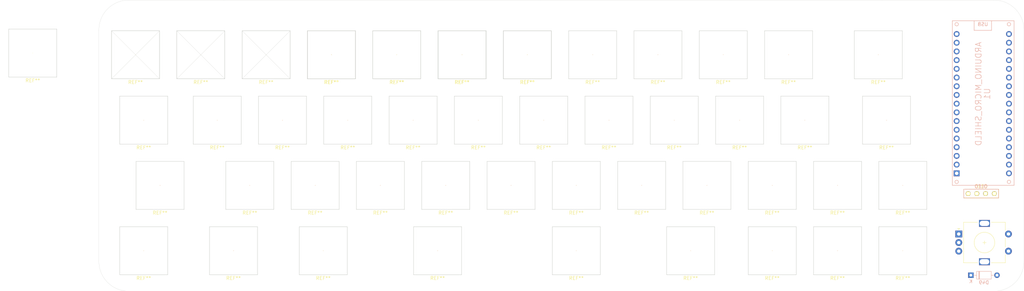
<source format=kicad_pcb>
(kicad_pcb (version 20171130) (host pcbnew "(5.1.5)-3")

  (general
    (thickness 1.6)
    (drawings 33)
    (tracks 0)
    (zones 0)
    (modules 96)
    (nets 1)
  )

  (page A4)
  (layers
    (0 F.Cu signal)
    (31 B.Cu signal)
    (32 B.Adhes user)
    (33 F.Adhes user)
    (34 B.Paste user)
    (35 F.Paste user)
    (36 B.SilkS user)
    (37 F.SilkS user)
    (38 B.Mask user)
    (39 F.Mask user)
    (40 Dwgs.User user)
    (41 Cmts.User user)
    (42 Eco1.User user)
    (43 Eco2.User user)
    (44 Edge.Cuts user)
    (45 Margin user)
    (46 B.CrtYd user)
    (47 F.CrtYd user)
    (48 B.Fab user)
    (49 F.Fab user)
  )

  (setup
    (last_trace_width 0.25)
    (user_trace_width 0.4)
    (trace_clearance 0.2)
    (zone_clearance 0.508)
    (zone_45_only no)
    (trace_min 0.2)
    (via_size 0.8)
    (via_drill 0.4)
    (via_min_size 0.4)
    (via_min_drill 0.3)
    (uvia_size 0.3)
    (uvia_drill 0.1)
    (uvias_allowed no)
    (uvia_min_size 0.2)
    (uvia_min_drill 0.1)
    (edge_width 0.05)
    (segment_width 0.2)
    (pcb_text_width 0.3)
    (pcb_text_size 1.5 1.5)
    (mod_edge_width 0.12)
    (mod_text_size 1 1)
    (mod_text_width 0.15)
    (pad_size 1.524 1.524)
    (pad_drill 0.762)
    (pad_to_mask_clearance 0.051)
    (solder_mask_min_width 0.25)
    (aux_axis_origin 0 0)
    (visible_elements 7FFFF7FF)
    (pcbplotparams
      (layerselection 0x010dc_ffffffff)
      (usegerberextensions false)
      (usegerberattributes false)
      (usegerberadvancedattributes false)
      (creategerberjobfile false)
      (excludeedgelayer true)
      (linewidth 0.150000)
      (plotframeref false)
      (viasonmask false)
      (mode 1)
      (useauxorigin true)
      (hpglpennumber 1)
      (hpglpenspeed 20)
      (hpglpendiameter 15.000000)
      (psnegative false)
      (psa4output false)
      (plotreference true)
      (plotvalue true)
      (plotinvisibletext false)
      (padsonsilk false)
      (subtractmaskfromsilk false)
      (outputformat 1)
      (mirror false)
      (drillshape 0)
      (scaleselection 1)
      (outputdirectory "plot/"))
  )

  (net 0 "")

  (net_class Default "Esta es la clase de red por defecto."
    (clearance 0.2)
    (trace_width 0.25)
    (via_dia 0.8)
    (via_drill 0.4)
    (uvia_dia 0.3)
    (uvia_drill 0.1)
  )

  (module Mech0:case_cut (layer F.Cu) (tedit 61C29EC5) (tstamp 61C30F0E)
    (at 26.272 96.401)
    (fp_text reference REF** (at 0 8) (layer F.SilkS)
      (effects (font (size 1 1) (thickness 0.15)))
    )
    (fp_text value case_cut (at 0 -8) (layer F.Fab)
      (effects (font (size 1 1) (thickness 0.15)))
    )
    (fp_line (start 0 0) (end 0 0) (layer F.SilkS) (width 0.12))
    (fp_line (start -7 7) (end -7 -7) (layer Edge.Cuts) (width 0.12))
    (fp_line (start -7 -7) (end 7 -7) (layer Edge.Cuts) (width 0.12))
    (fp_line (start 7 -7) (end 7 7) (layer Edge.Cuts) (width 0.12))
    (fp_line (start 7 7) (end -7 7) (layer Edge.Cuts) (width 0.12))
    (fp_line (start -9.5 -9.49) (end -9.5 9.51) (layer Cmts.User) (width 0.12))
    (fp_line (start -9.5 9.51) (end 9.5 9.51) (layer Cmts.User) (width 0.12))
    (fp_line (start 9.5 9.51) (end 9.5 -9.49) (layer Cmts.User) (width 0.12))
    (fp_line (start 9.5 -9.49) (end -9.5 -9.49) (layer Cmts.User) (width 0.12))
    (fp_line (start -9.5 9.51) (end -9.5 -9.49) (layer Cmts.User) (width 0.12))
    (fp_line (start -9.5 -9.49) (end 9.5 -9.49) (layer Cmts.User) (width 0.12))
    (fp_line (start 9.5 -9.49) (end 9.5 9.51) (layer Cmts.User) (width 0.12))
    (fp_line (start 9.5 9.51) (end -9.5 9.51) (layer Cmts.User) (width 0.12))
  )

  (module Mech0:case_cut (layer F.Cu) (tedit 61C29EC5) (tstamp 61C30F0E)
    (at 52.46575 96.401)
    (fp_text reference REF** (at 0 8) (layer F.SilkS)
      (effects (font (size 1 1) (thickness 0.15)))
    )
    (fp_text value case_cut (at 0 -8) (layer F.Fab)
      (effects (font (size 1 1) (thickness 0.15)))
    )
    (fp_line (start 0 0) (end 0 0) (layer F.SilkS) (width 0.12))
    (fp_line (start -7 7) (end -7 -7) (layer Edge.Cuts) (width 0.12))
    (fp_line (start -7 -7) (end 7 -7) (layer Edge.Cuts) (width 0.12))
    (fp_line (start 7 -7) (end 7 7) (layer Edge.Cuts) (width 0.12))
    (fp_line (start 7 7) (end -7 7) (layer Edge.Cuts) (width 0.12))
    (fp_line (start -9.5 -9.49) (end -9.5 9.51) (layer Cmts.User) (width 0.12))
    (fp_line (start -9.5 9.51) (end 9.5 9.51) (layer Cmts.User) (width 0.12))
    (fp_line (start 9.5 9.51) (end 9.5 -9.49) (layer Cmts.User) (width 0.12))
    (fp_line (start 9.5 -9.49) (end -9.5 -9.49) (layer Cmts.User) (width 0.12))
    (fp_line (start -9.5 9.51) (end -9.5 -9.49) (layer Cmts.User) (width 0.12))
    (fp_line (start -9.5 -9.49) (end 9.5 -9.49) (layer Cmts.User) (width 0.12))
    (fp_line (start 9.5 -9.49) (end 9.5 9.51) (layer Cmts.User) (width 0.12))
    (fp_line (start 9.5 9.51) (end -9.5 9.51) (layer Cmts.User) (width 0.12))
  )

  (module Mech0:case_cut (layer F.Cu) (tedit 61C29EC5) (tstamp 61C30F0E)
    (at 78.6595 96.401)
    (fp_text reference REF** (at 0 8) (layer F.SilkS)
      (effects (font (size 1 1) (thickness 0.15)))
    )
    (fp_text value case_cut (at 0 -8) (layer F.Fab)
      (effects (font (size 1 1) (thickness 0.15)))
    )
    (fp_line (start 0 0) (end 0 0) (layer F.SilkS) (width 0.12))
    (fp_line (start -7 7) (end -7 -7) (layer Edge.Cuts) (width 0.12))
    (fp_line (start -7 -7) (end 7 -7) (layer Edge.Cuts) (width 0.12))
    (fp_line (start 7 -7) (end 7 7) (layer Edge.Cuts) (width 0.12))
    (fp_line (start 7 7) (end -7 7) (layer Edge.Cuts) (width 0.12))
    (fp_line (start -9.5 -9.49) (end -9.5 9.51) (layer Cmts.User) (width 0.12))
    (fp_line (start -9.5 9.51) (end 9.5 9.51) (layer Cmts.User) (width 0.12))
    (fp_line (start 9.5 9.51) (end 9.5 -9.49) (layer Cmts.User) (width 0.12))
    (fp_line (start 9.5 -9.49) (end -9.5 -9.49) (layer Cmts.User) (width 0.12))
    (fp_line (start -9.5 9.51) (end -9.5 -9.49) (layer Cmts.User) (width 0.12))
    (fp_line (start -9.5 -9.49) (end 9.5 -9.49) (layer Cmts.User) (width 0.12))
    (fp_line (start 9.5 -9.49) (end 9.5 9.51) (layer Cmts.User) (width 0.12))
    (fp_line (start 9.5 9.51) (end -9.5 9.51) (layer Cmts.User) (width 0.12))
  )

  (module Mech0:case_cut (layer F.Cu) (tedit 61C29EC5) (tstamp 61C30F0E)
    (at 111.997 96.401)
    (fp_text reference REF** (at 0 8) (layer F.SilkS)
      (effects (font (size 1 1) (thickness 0.15)))
    )
    (fp_text value case_cut (at 0 -8) (layer F.Fab)
      (effects (font (size 1 1) (thickness 0.15)))
    )
    (fp_line (start 0 0) (end 0 0) (layer F.SilkS) (width 0.12))
    (fp_line (start -7 7) (end -7 -7) (layer Edge.Cuts) (width 0.12))
    (fp_line (start -7 -7) (end 7 -7) (layer Edge.Cuts) (width 0.12))
    (fp_line (start 7 -7) (end 7 7) (layer Edge.Cuts) (width 0.12))
    (fp_line (start 7 7) (end -7 7) (layer Edge.Cuts) (width 0.12))
    (fp_line (start -9.5 -9.49) (end -9.5 9.51) (layer Cmts.User) (width 0.12))
    (fp_line (start -9.5 9.51) (end 9.5 9.51) (layer Cmts.User) (width 0.12))
    (fp_line (start 9.5 9.51) (end 9.5 -9.49) (layer Cmts.User) (width 0.12))
    (fp_line (start 9.5 -9.49) (end -9.5 -9.49) (layer Cmts.User) (width 0.12))
    (fp_line (start -9.5 9.51) (end -9.5 -9.49) (layer Cmts.User) (width 0.12))
    (fp_line (start -9.5 -9.49) (end 9.5 -9.49) (layer Cmts.User) (width 0.12))
    (fp_line (start 9.5 -9.49) (end 9.5 9.51) (layer Cmts.User) (width 0.12))
    (fp_line (start 9.5 9.51) (end -9.5 9.51) (layer Cmts.User) (width 0.12))
  )

  (module Mech0:case_cut (layer F.Cu) (tedit 61C29EC5) (tstamp 61C30F0E)
    (at 152.47825 96.401)
    (fp_text reference REF** (at 0 8) (layer F.SilkS)
      (effects (font (size 1 1) (thickness 0.15)))
    )
    (fp_text value case_cut (at 0 -8) (layer F.Fab)
      (effects (font (size 1 1) (thickness 0.15)))
    )
    (fp_line (start 0 0) (end 0 0) (layer F.SilkS) (width 0.12))
    (fp_line (start -7 7) (end -7 -7) (layer Edge.Cuts) (width 0.12))
    (fp_line (start -7 -7) (end 7 -7) (layer Edge.Cuts) (width 0.12))
    (fp_line (start 7 -7) (end 7 7) (layer Edge.Cuts) (width 0.12))
    (fp_line (start 7 7) (end -7 7) (layer Edge.Cuts) (width 0.12))
    (fp_line (start -9.5 -9.49) (end -9.5 9.51) (layer Cmts.User) (width 0.12))
    (fp_line (start -9.5 9.51) (end 9.5 9.51) (layer Cmts.User) (width 0.12))
    (fp_line (start 9.5 9.51) (end 9.5 -9.49) (layer Cmts.User) (width 0.12))
    (fp_line (start 9.5 -9.49) (end -9.5 -9.49) (layer Cmts.User) (width 0.12))
    (fp_line (start -9.5 9.51) (end -9.5 -9.49) (layer Cmts.User) (width 0.12))
    (fp_line (start -9.5 -9.49) (end 9.5 -9.49) (layer Cmts.User) (width 0.12))
    (fp_line (start 9.5 -9.49) (end 9.5 9.51) (layer Cmts.User) (width 0.12))
    (fp_line (start 9.5 9.51) (end -9.5 9.51) (layer Cmts.User) (width 0.12))
  )

  (module Mech0:case_cut (layer F.Cu) (tedit 61C29EC5) (tstamp 61C30F0E)
    (at 185.81575 96.401)
    (fp_text reference REF** (at 0 8) (layer F.SilkS)
      (effects (font (size 1 1) (thickness 0.15)))
    )
    (fp_text value case_cut (at 0 -8) (layer F.Fab)
      (effects (font (size 1 1) (thickness 0.15)))
    )
    (fp_line (start 0 0) (end 0 0) (layer F.SilkS) (width 0.12))
    (fp_line (start -7 7) (end -7 -7) (layer Edge.Cuts) (width 0.12))
    (fp_line (start -7 -7) (end 7 -7) (layer Edge.Cuts) (width 0.12))
    (fp_line (start 7 -7) (end 7 7) (layer Edge.Cuts) (width 0.12))
    (fp_line (start 7 7) (end -7 7) (layer Edge.Cuts) (width 0.12))
    (fp_line (start -9.5 -9.49) (end -9.5 9.51) (layer Cmts.User) (width 0.12))
    (fp_line (start -9.5 9.51) (end 9.5 9.51) (layer Cmts.User) (width 0.12))
    (fp_line (start 9.5 9.51) (end 9.5 -9.49) (layer Cmts.User) (width 0.12))
    (fp_line (start 9.5 -9.49) (end -9.5 -9.49) (layer Cmts.User) (width 0.12))
    (fp_line (start -9.5 9.51) (end -9.5 -9.49) (layer Cmts.User) (width 0.12))
    (fp_line (start -9.5 -9.49) (end 9.5 -9.49) (layer Cmts.User) (width 0.12))
    (fp_line (start 9.5 -9.49) (end 9.5 9.51) (layer Cmts.User) (width 0.12))
    (fp_line (start 9.5 9.51) (end -9.5 9.51) (layer Cmts.User) (width 0.12))
  )

  (module Mech0:case_cut (layer F.Cu) (tedit 61C29EC5) (tstamp 61C30F0E)
    (at 209.62825 96.401)
    (fp_text reference REF** (at 0 8) (layer F.SilkS)
      (effects (font (size 1 1) (thickness 0.15)))
    )
    (fp_text value case_cut (at 0 -8) (layer F.Fab)
      (effects (font (size 1 1) (thickness 0.15)))
    )
    (fp_line (start 0 0) (end 0 0) (layer F.SilkS) (width 0.12))
    (fp_line (start -7 7) (end -7 -7) (layer Edge.Cuts) (width 0.12))
    (fp_line (start -7 -7) (end 7 -7) (layer Edge.Cuts) (width 0.12))
    (fp_line (start 7 -7) (end 7 7) (layer Edge.Cuts) (width 0.12))
    (fp_line (start 7 7) (end -7 7) (layer Edge.Cuts) (width 0.12))
    (fp_line (start -9.5 -9.49) (end -9.5 9.51) (layer Cmts.User) (width 0.12))
    (fp_line (start -9.5 9.51) (end 9.5 9.51) (layer Cmts.User) (width 0.12))
    (fp_line (start 9.5 9.51) (end 9.5 -9.49) (layer Cmts.User) (width 0.12))
    (fp_line (start 9.5 -9.49) (end -9.5 -9.49) (layer Cmts.User) (width 0.12))
    (fp_line (start -9.5 9.51) (end -9.5 -9.49) (layer Cmts.User) (width 0.12))
    (fp_line (start -9.5 -9.49) (end 9.5 -9.49) (layer Cmts.User) (width 0.12))
    (fp_line (start 9.5 -9.49) (end 9.5 9.51) (layer Cmts.User) (width 0.12))
    (fp_line (start 9.5 9.51) (end -9.5 9.51) (layer Cmts.User) (width 0.12))
  )

  (module Mech0:case_cut (layer F.Cu) (tedit 61C29EC5) (tstamp 61C30F0E)
    (at 228.67825 96.401)
    (fp_text reference REF** (at 0 8) (layer F.SilkS)
      (effects (font (size 1 1) (thickness 0.15)))
    )
    (fp_text value case_cut (at 0 -8) (layer F.Fab)
      (effects (font (size 1 1) (thickness 0.15)))
    )
    (fp_line (start 0 0) (end 0 0) (layer F.SilkS) (width 0.12))
    (fp_line (start -7 7) (end -7 -7) (layer Edge.Cuts) (width 0.12))
    (fp_line (start -7 -7) (end 7 -7) (layer Edge.Cuts) (width 0.12))
    (fp_line (start 7 -7) (end 7 7) (layer Edge.Cuts) (width 0.12))
    (fp_line (start 7 7) (end -7 7) (layer Edge.Cuts) (width 0.12))
    (fp_line (start -9.5 -9.49) (end -9.5 9.51) (layer Cmts.User) (width 0.12))
    (fp_line (start -9.5 9.51) (end 9.5 9.51) (layer Cmts.User) (width 0.12))
    (fp_line (start 9.5 9.51) (end 9.5 -9.49) (layer Cmts.User) (width 0.12))
    (fp_line (start 9.5 -9.49) (end -9.5 -9.49) (layer Cmts.User) (width 0.12))
    (fp_line (start -9.5 9.51) (end -9.5 -9.49) (layer Cmts.User) (width 0.12))
    (fp_line (start -9.5 -9.49) (end 9.5 -9.49) (layer Cmts.User) (width 0.12))
    (fp_line (start 9.5 -9.49) (end 9.5 9.51) (layer Cmts.User) (width 0.12))
    (fp_line (start 9.5 9.51) (end -9.5 9.51) (layer Cmts.User) (width 0.12))
  )

  (module Mech0:case_cut (layer F.Cu) (tedit 61C29EC5) (tstamp 61C30F0E)
    (at 247.72825 96.401)
    (fp_text reference REF** (at 0 8) (layer F.SilkS)
      (effects (font (size 1 1) (thickness 0.15)))
    )
    (fp_text value case_cut (at 0 -8) (layer F.Fab)
      (effects (font (size 1 1) (thickness 0.15)))
    )
    (fp_line (start 0 0) (end 0 0) (layer F.SilkS) (width 0.12))
    (fp_line (start -7 7) (end -7 -7) (layer Edge.Cuts) (width 0.12))
    (fp_line (start -7 -7) (end 7 -7) (layer Edge.Cuts) (width 0.12))
    (fp_line (start 7 -7) (end 7 7) (layer Edge.Cuts) (width 0.12))
    (fp_line (start 7 7) (end -7 7) (layer Edge.Cuts) (width 0.12))
    (fp_line (start -9.5 -9.49) (end -9.5 9.51) (layer Cmts.User) (width 0.12))
    (fp_line (start -9.5 9.51) (end 9.5 9.51) (layer Cmts.User) (width 0.12))
    (fp_line (start 9.5 9.51) (end 9.5 -9.49) (layer Cmts.User) (width 0.12))
    (fp_line (start 9.5 -9.49) (end -9.5 -9.49) (layer Cmts.User) (width 0.12))
    (fp_line (start -9.5 9.51) (end -9.5 -9.49) (layer Cmts.User) (width 0.12))
    (fp_line (start -9.5 -9.49) (end 9.5 -9.49) (layer Cmts.User) (width 0.12))
    (fp_line (start 9.5 -9.49) (end 9.5 9.51) (layer Cmts.User) (width 0.12))
    (fp_line (start 9.5 9.51) (end -9.5 9.51) (layer Cmts.User) (width 0.12))
  )

  (module Mech0:case_cut (layer F.Cu) (tedit 61C29EC5) (tstamp 61C30F0E)
    (at 247.72825 77.351)
    (fp_text reference REF** (at 0 8) (layer F.SilkS)
      (effects (font (size 1 1) (thickness 0.15)))
    )
    (fp_text value case_cut (at 0 -8) (layer F.Fab)
      (effects (font (size 1 1) (thickness 0.15)))
    )
    (fp_line (start 0 0) (end 0 0) (layer F.SilkS) (width 0.12))
    (fp_line (start -7 7) (end -7 -7) (layer Edge.Cuts) (width 0.12))
    (fp_line (start -7 -7) (end 7 -7) (layer Edge.Cuts) (width 0.12))
    (fp_line (start 7 -7) (end 7 7) (layer Edge.Cuts) (width 0.12))
    (fp_line (start 7 7) (end -7 7) (layer Edge.Cuts) (width 0.12))
    (fp_line (start -9.5 -9.49) (end -9.5 9.51) (layer Cmts.User) (width 0.12))
    (fp_line (start -9.5 9.51) (end 9.5 9.51) (layer Cmts.User) (width 0.12))
    (fp_line (start 9.5 9.51) (end 9.5 -9.49) (layer Cmts.User) (width 0.12))
    (fp_line (start 9.5 -9.49) (end -9.5 -9.49) (layer Cmts.User) (width 0.12))
    (fp_line (start -9.5 9.51) (end -9.5 -9.49) (layer Cmts.User) (width 0.12))
    (fp_line (start -9.5 -9.49) (end 9.5 -9.49) (layer Cmts.User) (width 0.12))
    (fp_line (start 9.5 -9.49) (end 9.5 9.51) (layer Cmts.User) (width 0.12))
    (fp_line (start 9.5 9.51) (end -9.5 9.51) (layer Cmts.User) (width 0.12))
  )

  (module Mech0:case_cut (layer F.Cu) (tedit 61C29EC5) (tstamp 61C30F0E)
    (at 228.67825 77.351)
    (fp_text reference REF** (at 0 8) (layer F.SilkS)
      (effects (font (size 1 1) (thickness 0.15)))
    )
    (fp_text value case_cut (at 0 -8) (layer F.Fab)
      (effects (font (size 1 1) (thickness 0.15)))
    )
    (fp_line (start 0 0) (end 0 0) (layer F.SilkS) (width 0.12))
    (fp_line (start -7 7) (end -7 -7) (layer Edge.Cuts) (width 0.12))
    (fp_line (start -7 -7) (end 7 -7) (layer Edge.Cuts) (width 0.12))
    (fp_line (start 7 -7) (end 7 7) (layer Edge.Cuts) (width 0.12))
    (fp_line (start 7 7) (end -7 7) (layer Edge.Cuts) (width 0.12))
    (fp_line (start -9.5 -9.49) (end -9.5 9.51) (layer Cmts.User) (width 0.12))
    (fp_line (start -9.5 9.51) (end 9.5 9.51) (layer Cmts.User) (width 0.12))
    (fp_line (start 9.5 9.51) (end 9.5 -9.49) (layer Cmts.User) (width 0.12))
    (fp_line (start 9.5 -9.49) (end -9.5 -9.49) (layer Cmts.User) (width 0.12))
    (fp_line (start -9.5 9.51) (end -9.5 -9.49) (layer Cmts.User) (width 0.12))
    (fp_line (start -9.5 -9.49) (end 9.5 -9.49) (layer Cmts.User) (width 0.12))
    (fp_line (start 9.5 -9.49) (end 9.5 9.51) (layer Cmts.User) (width 0.12))
    (fp_line (start 9.5 9.51) (end -9.5 9.51) (layer Cmts.User) (width 0.12))
  )

  (module Mech0:case_cut (layer F.Cu) (tedit 61C29EC5) (tstamp 61C30F0E)
    (at 209.62825 77.351)
    (fp_text reference REF** (at 0 8) (layer F.SilkS)
      (effects (font (size 1 1) (thickness 0.15)))
    )
    (fp_text value case_cut (at 0 -8) (layer F.Fab)
      (effects (font (size 1 1) (thickness 0.15)))
    )
    (fp_line (start 0 0) (end 0 0) (layer F.SilkS) (width 0.12))
    (fp_line (start -7 7) (end -7 -7) (layer Edge.Cuts) (width 0.12))
    (fp_line (start -7 -7) (end 7 -7) (layer Edge.Cuts) (width 0.12))
    (fp_line (start 7 -7) (end 7 7) (layer Edge.Cuts) (width 0.12))
    (fp_line (start 7 7) (end -7 7) (layer Edge.Cuts) (width 0.12))
    (fp_line (start -9.5 -9.49) (end -9.5 9.51) (layer Cmts.User) (width 0.12))
    (fp_line (start -9.5 9.51) (end 9.5 9.51) (layer Cmts.User) (width 0.12))
    (fp_line (start 9.5 9.51) (end 9.5 -9.49) (layer Cmts.User) (width 0.12))
    (fp_line (start 9.5 -9.49) (end -9.5 -9.49) (layer Cmts.User) (width 0.12))
    (fp_line (start -9.5 9.51) (end -9.5 -9.49) (layer Cmts.User) (width 0.12))
    (fp_line (start -9.5 -9.49) (end 9.5 -9.49) (layer Cmts.User) (width 0.12))
    (fp_line (start 9.5 -9.49) (end 9.5 9.51) (layer Cmts.User) (width 0.12))
    (fp_line (start 9.5 9.51) (end -9.5 9.51) (layer Cmts.User) (width 0.12))
  )

  (module Mech0:case_cut (layer F.Cu) (tedit 61C29EC5) (tstamp 61C30F0E)
    (at 190.57825 77.351)
    (fp_text reference REF** (at 0 8) (layer F.SilkS)
      (effects (font (size 1 1) (thickness 0.15)))
    )
    (fp_text value case_cut (at 0 -8) (layer F.Fab)
      (effects (font (size 1 1) (thickness 0.15)))
    )
    (fp_line (start 0 0) (end 0 0) (layer F.SilkS) (width 0.12))
    (fp_line (start -7 7) (end -7 -7) (layer Edge.Cuts) (width 0.12))
    (fp_line (start -7 -7) (end 7 -7) (layer Edge.Cuts) (width 0.12))
    (fp_line (start 7 -7) (end 7 7) (layer Edge.Cuts) (width 0.12))
    (fp_line (start 7 7) (end -7 7) (layer Edge.Cuts) (width 0.12))
    (fp_line (start -9.5 -9.49) (end -9.5 9.51) (layer Cmts.User) (width 0.12))
    (fp_line (start -9.5 9.51) (end 9.5 9.51) (layer Cmts.User) (width 0.12))
    (fp_line (start 9.5 9.51) (end 9.5 -9.49) (layer Cmts.User) (width 0.12))
    (fp_line (start 9.5 -9.49) (end -9.5 -9.49) (layer Cmts.User) (width 0.12))
    (fp_line (start -9.5 9.51) (end -9.5 -9.49) (layer Cmts.User) (width 0.12))
    (fp_line (start -9.5 -9.49) (end 9.5 -9.49) (layer Cmts.User) (width 0.12))
    (fp_line (start 9.5 -9.49) (end 9.5 9.51) (layer Cmts.User) (width 0.12))
    (fp_line (start 9.5 9.51) (end -9.5 9.51) (layer Cmts.User) (width 0.12))
  )

  (module Mech0:case_cut (layer F.Cu) (tedit 61C29EC5) (tstamp 61C30F0E)
    (at 171.52825 77.351)
    (fp_text reference REF** (at 0 8) (layer F.SilkS)
      (effects (font (size 1 1) (thickness 0.15)))
    )
    (fp_text value case_cut (at 0 -8) (layer F.Fab)
      (effects (font (size 1 1) (thickness 0.15)))
    )
    (fp_line (start 0 0) (end 0 0) (layer F.SilkS) (width 0.12))
    (fp_line (start -7 7) (end -7 -7) (layer Edge.Cuts) (width 0.12))
    (fp_line (start -7 -7) (end 7 -7) (layer Edge.Cuts) (width 0.12))
    (fp_line (start 7 -7) (end 7 7) (layer Edge.Cuts) (width 0.12))
    (fp_line (start 7 7) (end -7 7) (layer Edge.Cuts) (width 0.12))
    (fp_line (start -9.5 -9.49) (end -9.5 9.51) (layer Cmts.User) (width 0.12))
    (fp_line (start -9.5 9.51) (end 9.5 9.51) (layer Cmts.User) (width 0.12))
    (fp_line (start 9.5 9.51) (end 9.5 -9.49) (layer Cmts.User) (width 0.12))
    (fp_line (start 9.5 -9.49) (end -9.5 -9.49) (layer Cmts.User) (width 0.12))
    (fp_line (start -9.5 9.51) (end -9.5 -9.49) (layer Cmts.User) (width 0.12))
    (fp_line (start -9.5 -9.49) (end 9.5 -9.49) (layer Cmts.User) (width 0.12))
    (fp_line (start 9.5 -9.49) (end 9.5 9.51) (layer Cmts.User) (width 0.12))
    (fp_line (start 9.5 9.51) (end -9.5 9.51) (layer Cmts.User) (width 0.12))
  )

  (module Mech0:case_cut (layer F.Cu) (tedit 61C29EC5) (tstamp 61C30F0E)
    (at 152.47825 77.351)
    (fp_text reference REF** (at 0 8) (layer F.SilkS)
      (effects (font (size 1 1) (thickness 0.15)))
    )
    (fp_text value case_cut (at 0 -8) (layer F.Fab)
      (effects (font (size 1 1) (thickness 0.15)))
    )
    (fp_line (start 0 0) (end 0 0) (layer F.SilkS) (width 0.12))
    (fp_line (start -7 7) (end -7 -7) (layer Edge.Cuts) (width 0.12))
    (fp_line (start -7 -7) (end 7 -7) (layer Edge.Cuts) (width 0.12))
    (fp_line (start 7 -7) (end 7 7) (layer Edge.Cuts) (width 0.12))
    (fp_line (start 7 7) (end -7 7) (layer Edge.Cuts) (width 0.12))
    (fp_line (start -9.5 -9.49) (end -9.5 9.51) (layer Cmts.User) (width 0.12))
    (fp_line (start -9.5 9.51) (end 9.5 9.51) (layer Cmts.User) (width 0.12))
    (fp_line (start 9.5 9.51) (end 9.5 -9.49) (layer Cmts.User) (width 0.12))
    (fp_line (start 9.5 -9.49) (end -9.5 -9.49) (layer Cmts.User) (width 0.12))
    (fp_line (start -9.5 9.51) (end -9.5 -9.49) (layer Cmts.User) (width 0.12))
    (fp_line (start -9.5 -9.49) (end 9.5 -9.49) (layer Cmts.User) (width 0.12))
    (fp_line (start 9.5 -9.49) (end 9.5 9.51) (layer Cmts.User) (width 0.12))
    (fp_line (start 9.5 9.51) (end -9.5 9.51) (layer Cmts.User) (width 0.12))
  )

  (module Mech0:case_cut (layer F.Cu) (tedit 61C29EC5) (tstamp 61C30F0E)
    (at 133.42825 77.351)
    (fp_text reference REF** (at 0 8) (layer F.SilkS)
      (effects (font (size 1 1) (thickness 0.15)))
    )
    (fp_text value case_cut (at 0 -8) (layer F.Fab)
      (effects (font (size 1 1) (thickness 0.15)))
    )
    (fp_line (start 0 0) (end 0 0) (layer F.SilkS) (width 0.12))
    (fp_line (start -7 7) (end -7 -7) (layer Edge.Cuts) (width 0.12))
    (fp_line (start -7 -7) (end 7 -7) (layer Edge.Cuts) (width 0.12))
    (fp_line (start 7 -7) (end 7 7) (layer Edge.Cuts) (width 0.12))
    (fp_line (start 7 7) (end -7 7) (layer Edge.Cuts) (width 0.12))
    (fp_line (start -9.5 -9.49) (end -9.5 9.51) (layer Cmts.User) (width 0.12))
    (fp_line (start -9.5 9.51) (end 9.5 9.51) (layer Cmts.User) (width 0.12))
    (fp_line (start 9.5 9.51) (end 9.5 -9.49) (layer Cmts.User) (width 0.12))
    (fp_line (start 9.5 -9.49) (end -9.5 -9.49) (layer Cmts.User) (width 0.12))
    (fp_line (start -9.5 9.51) (end -9.5 -9.49) (layer Cmts.User) (width 0.12))
    (fp_line (start -9.5 -9.49) (end 9.5 -9.49) (layer Cmts.User) (width 0.12))
    (fp_line (start 9.5 -9.49) (end 9.5 9.51) (layer Cmts.User) (width 0.12))
    (fp_line (start 9.5 9.51) (end -9.5 9.51) (layer Cmts.User) (width 0.12))
  )

  (module Mech0:case_cut (layer F.Cu) (tedit 61C29EC5) (tstamp 61C30F0E)
    (at 114.37825 77.351)
    (fp_text reference REF** (at 0 8) (layer F.SilkS)
      (effects (font (size 1 1) (thickness 0.15)))
    )
    (fp_text value case_cut (at 0 -8) (layer F.Fab)
      (effects (font (size 1 1) (thickness 0.15)))
    )
    (fp_line (start 0 0) (end 0 0) (layer F.SilkS) (width 0.12))
    (fp_line (start -7 7) (end -7 -7) (layer Edge.Cuts) (width 0.12))
    (fp_line (start -7 -7) (end 7 -7) (layer Edge.Cuts) (width 0.12))
    (fp_line (start 7 -7) (end 7 7) (layer Edge.Cuts) (width 0.12))
    (fp_line (start 7 7) (end -7 7) (layer Edge.Cuts) (width 0.12))
    (fp_line (start -9.5 -9.49) (end -9.5 9.51) (layer Cmts.User) (width 0.12))
    (fp_line (start -9.5 9.51) (end 9.5 9.51) (layer Cmts.User) (width 0.12))
    (fp_line (start 9.5 9.51) (end 9.5 -9.49) (layer Cmts.User) (width 0.12))
    (fp_line (start 9.5 -9.49) (end -9.5 -9.49) (layer Cmts.User) (width 0.12))
    (fp_line (start -9.5 9.51) (end -9.5 -9.49) (layer Cmts.User) (width 0.12))
    (fp_line (start -9.5 -9.49) (end 9.5 -9.49) (layer Cmts.User) (width 0.12))
    (fp_line (start 9.5 -9.49) (end 9.5 9.51) (layer Cmts.User) (width 0.12))
    (fp_line (start 9.5 9.51) (end -9.5 9.51) (layer Cmts.User) (width 0.12))
  )

  (module Mech0:case_cut (layer F.Cu) (tedit 61C29EC5) (tstamp 61C30F0E)
    (at 95.32825 77.351)
    (fp_text reference REF** (at 0 8) (layer F.SilkS)
      (effects (font (size 1 1) (thickness 0.15)))
    )
    (fp_text value case_cut (at 0 -8) (layer F.Fab)
      (effects (font (size 1 1) (thickness 0.15)))
    )
    (fp_line (start 0 0) (end 0 0) (layer F.SilkS) (width 0.12))
    (fp_line (start -7 7) (end -7 -7) (layer Edge.Cuts) (width 0.12))
    (fp_line (start -7 -7) (end 7 -7) (layer Edge.Cuts) (width 0.12))
    (fp_line (start 7 -7) (end 7 7) (layer Edge.Cuts) (width 0.12))
    (fp_line (start 7 7) (end -7 7) (layer Edge.Cuts) (width 0.12))
    (fp_line (start -9.5 -9.49) (end -9.5 9.51) (layer Cmts.User) (width 0.12))
    (fp_line (start -9.5 9.51) (end 9.5 9.51) (layer Cmts.User) (width 0.12))
    (fp_line (start 9.5 9.51) (end 9.5 -9.49) (layer Cmts.User) (width 0.12))
    (fp_line (start 9.5 -9.49) (end -9.5 -9.49) (layer Cmts.User) (width 0.12))
    (fp_line (start -9.5 9.51) (end -9.5 -9.49) (layer Cmts.User) (width 0.12))
    (fp_line (start -9.5 -9.49) (end 9.5 -9.49) (layer Cmts.User) (width 0.12))
    (fp_line (start 9.5 -9.49) (end 9.5 9.51) (layer Cmts.User) (width 0.12))
    (fp_line (start 9.5 9.51) (end -9.5 9.51) (layer Cmts.User) (width 0.12))
  )

  (module Mech0:case_cut (layer F.Cu) (tedit 61C29EC5) (tstamp 61C30F0E)
    (at 76.27825 77.351)
    (fp_text reference REF** (at 0 8) (layer F.SilkS)
      (effects (font (size 1 1) (thickness 0.15)))
    )
    (fp_text value case_cut (at 0 -8) (layer F.Fab)
      (effects (font (size 1 1) (thickness 0.15)))
    )
    (fp_line (start 0 0) (end 0 0) (layer F.SilkS) (width 0.12))
    (fp_line (start -7 7) (end -7 -7) (layer Edge.Cuts) (width 0.12))
    (fp_line (start -7 -7) (end 7 -7) (layer Edge.Cuts) (width 0.12))
    (fp_line (start 7 -7) (end 7 7) (layer Edge.Cuts) (width 0.12))
    (fp_line (start 7 7) (end -7 7) (layer Edge.Cuts) (width 0.12))
    (fp_line (start -9.5 -9.49) (end -9.5 9.51) (layer Cmts.User) (width 0.12))
    (fp_line (start -9.5 9.51) (end 9.5 9.51) (layer Cmts.User) (width 0.12))
    (fp_line (start 9.5 9.51) (end 9.5 -9.49) (layer Cmts.User) (width 0.12))
    (fp_line (start 9.5 -9.49) (end -9.5 -9.49) (layer Cmts.User) (width 0.12))
    (fp_line (start -9.5 9.51) (end -9.5 -9.49) (layer Cmts.User) (width 0.12))
    (fp_line (start -9.5 -9.49) (end 9.5 -9.49) (layer Cmts.User) (width 0.12))
    (fp_line (start 9.5 -9.49) (end 9.5 9.51) (layer Cmts.User) (width 0.12))
    (fp_line (start 9.5 9.51) (end -9.5 9.51) (layer Cmts.User) (width 0.12))
  )

  (module Mech0:case_cut (layer F.Cu) (tedit 61C29EC5) (tstamp 61C30F0E)
    (at 57.22825 77.351)
    (fp_text reference REF** (at 0 8) (layer F.SilkS)
      (effects (font (size 1 1) (thickness 0.15)))
    )
    (fp_text value case_cut (at 0 -8) (layer F.Fab)
      (effects (font (size 1 1) (thickness 0.15)))
    )
    (fp_line (start 0 0) (end 0 0) (layer F.SilkS) (width 0.12))
    (fp_line (start -7 7) (end -7 -7) (layer Edge.Cuts) (width 0.12))
    (fp_line (start -7 -7) (end 7 -7) (layer Edge.Cuts) (width 0.12))
    (fp_line (start 7 -7) (end 7 7) (layer Edge.Cuts) (width 0.12))
    (fp_line (start 7 7) (end -7 7) (layer Edge.Cuts) (width 0.12))
    (fp_line (start -9.5 -9.49) (end -9.5 9.51) (layer Cmts.User) (width 0.12))
    (fp_line (start -9.5 9.51) (end 9.5 9.51) (layer Cmts.User) (width 0.12))
    (fp_line (start 9.5 9.51) (end 9.5 -9.49) (layer Cmts.User) (width 0.12))
    (fp_line (start 9.5 -9.49) (end -9.5 -9.49) (layer Cmts.User) (width 0.12))
    (fp_line (start -9.5 9.51) (end -9.5 -9.49) (layer Cmts.User) (width 0.12))
    (fp_line (start -9.5 -9.49) (end 9.5 -9.49) (layer Cmts.User) (width 0.12))
    (fp_line (start 9.5 -9.49) (end 9.5 9.51) (layer Cmts.User) (width 0.12))
    (fp_line (start 9.5 9.51) (end -9.5 9.51) (layer Cmts.User) (width 0.12))
  )

  (module Mech0:case_cut (layer F.Cu) (tedit 61C29EC5) (tstamp 61C30F0E)
    (at 31.0345 77.351)
    (fp_text reference REF** (at 0 8) (layer F.SilkS)
      (effects (font (size 1 1) (thickness 0.15)))
    )
    (fp_text value case_cut (at 0 -8) (layer F.Fab)
      (effects (font (size 1 1) (thickness 0.15)))
    )
    (fp_line (start 0 0) (end 0 0) (layer F.SilkS) (width 0.12))
    (fp_line (start -7 7) (end -7 -7) (layer Edge.Cuts) (width 0.12))
    (fp_line (start -7 -7) (end 7 -7) (layer Edge.Cuts) (width 0.12))
    (fp_line (start 7 -7) (end 7 7) (layer Edge.Cuts) (width 0.12))
    (fp_line (start 7 7) (end -7 7) (layer Edge.Cuts) (width 0.12))
    (fp_line (start -9.5 -9.49) (end -9.5 9.51) (layer Cmts.User) (width 0.12))
    (fp_line (start -9.5 9.51) (end 9.5 9.51) (layer Cmts.User) (width 0.12))
    (fp_line (start 9.5 9.51) (end 9.5 -9.49) (layer Cmts.User) (width 0.12))
    (fp_line (start 9.5 -9.49) (end -9.5 -9.49) (layer Cmts.User) (width 0.12))
    (fp_line (start -9.5 9.51) (end -9.5 -9.49) (layer Cmts.User) (width 0.12))
    (fp_line (start -9.5 -9.49) (end 9.5 -9.49) (layer Cmts.User) (width 0.12))
    (fp_line (start 9.5 -9.49) (end 9.5 9.51) (layer Cmts.User) (width 0.12))
    (fp_line (start 9.5 9.51) (end -9.5 9.51) (layer Cmts.User) (width 0.12))
  )

  (module Mech0:case_cut (layer F.Cu) (tedit 61C29EC5) (tstamp 61C30F0E)
    (at 26.272 58.301)
    (fp_text reference REF** (at 0 8) (layer F.SilkS)
      (effects (font (size 1 1) (thickness 0.15)))
    )
    (fp_text value case_cut (at 0 -8) (layer F.Fab)
      (effects (font (size 1 1) (thickness 0.15)))
    )
    (fp_line (start 0 0) (end 0 0) (layer F.SilkS) (width 0.12))
    (fp_line (start -7 7) (end -7 -7) (layer Edge.Cuts) (width 0.12))
    (fp_line (start -7 -7) (end 7 -7) (layer Edge.Cuts) (width 0.12))
    (fp_line (start 7 -7) (end 7 7) (layer Edge.Cuts) (width 0.12))
    (fp_line (start 7 7) (end -7 7) (layer Edge.Cuts) (width 0.12))
    (fp_line (start -9.5 -9.49) (end -9.5 9.51) (layer Cmts.User) (width 0.12))
    (fp_line (start -9.5 9.51) (end 9.5 9.51) (layer Cmts.User) (width 0.12))
    (fp_line (start 9.5 9.51) (end 9.5 -9.49) (layer Cmts.User) (width 0.12))
    (fp_line (start 9.5 -9.49) (end -9.5 -9.49) (layer Cmts.User) (width 0.12))
    (fp_line (start -9.5 9.51) (end -9.5 -9.49) (layer Cmts.User) (width 0.12))
    (fp_line (start -9.5 -9.49) (end 9.5 -9.49) (layer Cmts.User) (width 0.12))
    (fp_line (start 9.5 -9.49) (end 9.5 9.51) (layer Cmts.User) (width 0.12))
    (fp_line (start 9.5 9.51) (end -9.5 9.51) (layer Cmts.User) (width 0.12))
  )

  (module Mech0:case_cut (layer F.Cu) (tedit 61C29EC5) (tstamp 61C30F0E)
    (at 47.70325 58.301)
    (fp_text reference REF** (at 0 8) (layer F.SilkS)
      (effects (font (size 1 1) (thickness 0.15)))
    )
    (fp_text value case_cut (at 0 -8) (layer F.Fab)
      (effects (font (size 1 1) (thickness 0.15)))
    )
    (fp_line (start 0 0) (end 0 0) (layer F.SilkS) (width 0.12))
    (fp_line (start -7 7) (end -7 -7) (layer Edge.Cuts) (width 0.12))
    (fp_line (start -7 -7) (end 7 -7) (layer Edge.Cuts) (width 0.12))
    (fp_line (start 7 -7) (end 7 7) (layer Edge.Cuts) (width 0.12))
    (fp_line (start 7 7) (end -7 7) (layer Edge.Cuts) (width 0.12))
    (fp_line (start -9.5 -9.49) (end -9.5 9.51) (layer Cmts.User) (width 0.12))
    (fp_line (start -9.5 9.51) (end 9.5 9.51) (layer Cmts.User) (width 0.12))
    (fp_line (start 9.5 9.51) (end 9.5 -9.49) (layer Cmts.User) (width 0.12))
    (fp_line (start 9.5 -9.49) (end -9.5 -9.49) (layer Cmts.User) (width 0.12))
    (fp_line (start -9.5 9.51) (end -9.5 -9.49) (layer Cmts.User) (width 0.12))
    (fp_line (start -9.5 -9.49) (end 9.5 -9.49) (layer Cmts.User) (width 0.12))
    (fp_line (start 9.5 -9.49) (end 9.5 9.51) (layer Cmts.User) (width 0.12))
    (fp_line (start 9.5 9.51) (end -9.5 9.51) (layer Cmts.User) (width 0.12))
  )

  (module Mech0:case_cut (layer F.Cu) (tedit 61C29EC5) (tstamp 61C30F0E)
    (at 66.75325 58.301)
    (fp_text reference REF** (at 0 8) (layer F.SilkS)
      (effects (font (size 1 1) (thickness 0.15)))
    )
    (fp_text value case_cut (at 0 -8) (layer F.Fab)
      (effects (font (size 1 1) (thickness 0.15)))
    )
    (fp_line (start 0 0) (end 0 0) (layer F.SilkS) (width 0.12))
    (fp_line (start -7 7) (end -7 -7) (layer Edge.Cuts) (width 0.12))
    (fp_line (start -7 -7) (end 7 -7) (layer Edge.Cuts) (width 0.12))
    (fp_line (start 7 -7) (end 7 7) (layer Edge.Cuts) (width 0.12))
    (fp_line (start 7 7) (end -7 7) (layer Edge.Cuts) (width 0.12))
    (fp_line (start -9.5 -9.49) (end -9.5 9.51) (layer Cmts.User) (width 0.12))
    (fp_line (start -9.5 9.51) (end 9.5 9.51) (layer Cmts.User) (width 0.12))
    (fp_line (start 9.5 9.51) (end 9.5 -9.49) (layer Cmts.User) (width 0.12))
    (fp_line (start 9.5 -9.49) (end -9.5 -9.49) (layer Cmts.User) (width 0.12))
    (fp_line (start -9.5 9.51) (end -9.5 -9.49) (layer Cmts.User) (width 0.12))
    (fp_line (start -9.5 -9.49) (end 9.5 -9.49) (layer Cmts.User) (width 0.12))
    (fp_line (start 9.5 -9.49) (end 9.5 9.51) (layer Cmts.User) (width 0.12))
    (fp_line (start 9.5 9.51) (end -9.5 9.51) (layer Cmts.User) (width 0.12))
  )

  (module Mech0:case_cut (layer F.Cu) (tedit 61C29EC5) (tstamp 61C30F0E)
    (at 85.80325 58.301)
    (fp_text reference REF** (at 0 8) (layer F.SilkS)
      (effects (font (size 1 1) (thickness 0.15)))
    )
    (fp_text value case_cut (at 0 -8) (layer F.Fab)
      (effects (font (size 1 1) (thickness 0.15)))
    )
    (fp_line (start 0 0) (end 0 0) (layer F.SilkS) (width 0.12))
    (fp_line (start -7 7) (end -7 -7) (layer Edge.Cuts) (width 0.12))
    (fp_line (start -7 -7) (end 7 -7) (layer Edge.Cuts) (width 0.12))
    (fp_line (start 7 -7) (end 7 7) (layer Edge.Cuts) (width 0.12))
    (fp_line (start 7 7) (end -7 7) (layer Edge.Cuts) (width 0.12))
    (fp_line (start -9.5 -9.49) (end -9.5 9.51) (layer Cmts.User) (width 0.12))
    (fp_line (start -9.5 9.51) (end 9.5 9.51) (layer Cmts.User) (width 0.12))
    (fp_line (start 9.5 9.51) (end 9.5 -9.49) (layer Cmts.User) (width 0.12))
    (fp_line (start 9.5 -9.49) (end -9.5 -9.49) (layer Cmts.User) (width 0.12))
    (fp_line (start -9.5 9.51) (end -9.5 -9.49) (layer Cmts.User) (width 0.12))
    (fp_line (start -9.5 -9.49) (end 9.5 -9.49) (layer Cmts.User) (width 0.12))
    (fp_line (start 9.5 -9.49) (end 9.5 9.51) (layer Cmts.User) (width 0.12))
    (fp_line (start 9.5 9.51) (end -9.5 9.51) (layer Cmts.User) (width 0.12))
  )

  (module Mech0:case_cut (layer F.Cu) (tedit 61C29EC5) (tstamp 61C30F0E)
    (at 104.85325 58.301)
    (fp_text reference REF** (at 0 8) (layer F.SilkS)
      (effects (font (size 1 1) (thickness 0.15)))
    )
    (fp_text value case_cut (at 0 -8) (layer F.Fab)
      (effects (font (size 1 1) (thickness 0.15)))
    )
    (fp_line (start 0 0) (end 0 0) (layer F.SilkS) (width 0.12))
    (fp_line (start -7 7) (end -7 -7) (layer Edge.Cuts) (width 0.12))
    (fp_line (start -7 -7) (end 7 -7) (layer Edge.Cuts) (width 0.12))
    (fp_line (start 7 -7) (end 7 7) (layer Edge.Cuts) (width 0.12))
    (fp_line (start 7 7) (end -7 7) (layer Edge.Cuts) (width 0.12))
    (fp_line (start -9.5 -9.49) (end -9.5 9.51) (layer Cmts.User) (width 0.12))
    (fp_line (start -9.5 9.51) (end 9.5 9.51) (layer Cmts.User) (width 0.12))
    (fp_line (start 9.5 9.51) (end 9.5 -9.49) (layer Cmts.User) (width 0.12))
    (fp_line (start 9.5 -9.49) (end -9.5 -9.49) (layer Cmts.User) (width 0.12))
    (fp_line (start -9.5 9.51) (end -9.5 -9.49) (layer Cmts.User) (width 0.12))
    (fp_line (start -9.5 -9.49) (end 9.5 -9.49) (layer Cmts.User) (width 0.12))
    (fp_line (start 9.5 -9.49) (end 9.5 9.51) (layer Cmts.User) (width 0.12))
    (fp_line (start 9.5 9.51) (end -9.5 9.51) (layer Cmts.User) (width 0.12))
  )

  (module Mech0:case_cut (layer F.Cu) (tedit 61C29EC5) (tstamp 61C30F0E)
    (at 123.90325 58.301)
    (fp_text reference REF** (at 0 8) (layer F.SilkS)
      (effects (font (size 1 1) (thickness 0.15)))
    )
    (fp_text value case_cut (at 0 -8) (layer F.Fab)
      (effects (font (size 1 1) (thickness 0.15)))
    )
    (fp_line (start 0 0) (end 0 0) (layer F.SilkS) (width 0.12))
    (fp_line (start -7 7) (end -7 -7) (layer Edge.Cuts) (width 0.12))
    (fp_line (start -7 -7) (end 7 -7) (layer Edge.Cuts) (width 0.12))
    (fp_line (start 7 -7) (end 7 7) (layer Edge.Cuts) (width 0.12))
    (fp_line (start 7 7) (end -7 7) (layer Edge.Cuts) (width 0.12))
    (fp_line (start -9.5 -9.49) (end -9.5 9.51) (layer Cmts.User) (width 0.12))
    (fp_line (start -9.5 9.51) (end 9.5 9.51) (layer Cmts.User) (width 0.12))
    (fp_line (start 9.5 9.51) (end 9.5 -9.49) (layer Cmts.User) (width 0.12))
    (fp_line (start 9.5 -9.49) (end -9.5 -9.49) (layer Cmts.User) (width 0.12))
    (fp_line (start -9.5 9.51) (end -9.5 -9.49) (layer Cmts.User) (width 0.12))
    (fp_line (start -9.5 -9.49) (end 9.5 -9.49) (layer Cmts.User) (width 0.12))
    (fp_line (start 9.5 -9.49) (end 9.5 9.51) (layer Cmts.User) (width 0.12))
    (fp_line (start 9.5 9.51) (end -9.5 9.51) (layer Cmts.User) (width 0.12))
  )

  (module Mech0:case_cut (layer F.Cu) (tedit 61C29EC5) (tstamp 61C30F0E)
    (at 142.95325 58.301)
    (fp_text reference REF** (at 0 8) (layer F.SilkS)
      (effects (font (size 1 1) (thickness 0.15)))
    )
    (fp_text value case_cut (at 0 -8) (layer F.Fab)
      (effects (font (size 1 1) (thickness 0.15)))
    )
    (fp_line (start 0 0) (end 0 0) (layer F.SilkS) (width 0.12))
    (fp_line (start -7 7) (end -7 -7) (layer Edge.Cuts) (width 0.12))
    (fp_line (start -7 -7) (end 7 -7) (layer Edge.Cuts) (width 0.12))
    (fp_line (start 7 -7) (end 7 7) (layer Edge.Cuts) (width 0.12))
    (fp_line (start 7 7) (end -7 7) (layer Edge.Cuts) (width 0.12))
    (fp_line (start -9.5 -9.49) (end -9.5 9.51) (layer Cmts.User) (width 0.12))
    (fp_line (start -9.5 9.51) (end 9.5 9.51) (layer Cmts.User) (width 0.12))
    (fp_line (start 9.5 9.51) (end 9.5 -9.49) (layer Cmts.User) (width 0.12))
    (fp_line (start 9.5 -9.49) (end -9.5 -9.49) (layer Cmts.User) (width 0.12))
    (fp_line (start -9.5 9.51) (end -9.5 -9.49) (layer Cmts.User) (width 0.12))
    (fp_line (start -9.5 -9.49) (end 9.5 -9.49) (layer Cmts.User) (width 0.12))
    (fp_line (start 9.5 -9.49) (end 9.5 9.51) (layer Cmts.User) (width 0.12))
    (fp_line (start 9.5 9.51) (end -9.5 9.51) (layer Cmts.User) (width 0.12))
  )

  (module Mech0:case_cut (layer F.Cu) (tedit 61C29EC5) (tstamp 61C30F0E)
    (at 162.00325 58.301)
    (fp_text reference REF** (at 0 8) (layer F.SilkS)
      (effects (font (size 1 1) (thickness 0.15)))
    )
    (fp_text value case_cut (at 0 -8) (layer F.Fab)
      (effects (font (size 1 1) (thickness 0.15)))
    )
    (fp_line (start 0 0) (end 0 0) (layer F.SilkS) (width 0.12))
    (fp_line (start -7 7) (end -7 -7) (layer Edge.Cuts) (width 0.12))
    (fp_line (start -7 -7) (end 7 -7) (layer Edge.Cuts) (width 0.12))
    (fp_line (start 7 -7) (end 7 7) (layer Edge.Cuts) (width 0.12))
    (fp_line (start 7 7) (end -7 7) (layer Edge.Cuts) (width 0.12))
    (fp_line (start -9.5 -9.49) (end -9.5 9.51) (layer Cmts.User) (width 0.12))
    (fp_line (start -9.5 9.51) (end 9.5 9.51) (layer Cmts.User) (width 0.12))
    (fp_line (start 9.5 9.51) (end 9.5 -9.49) (layer Cmts.User) (width 0.12))
    (fp_line (start 9.5 -9.49) (end -9.5 -9.49) (layer Cmts.User) (width 0.12))
    (fp_line (start -9.5 9.51) (end -9.5 -9.49) (layer Cmts.User) (width 0.12))
    (fp_line (start -9.5 -9.49) (end 9.5 -9.49) (layer Cmts.User) (width 0.12))
    (fp_line (start 9.5 -9.49) (end 9.5 9.51) (layer Cmts.User) (width 0.12))
    (fp_line (start 9.5 9.51) (end -9.5 9.51) (layer Cmts.User) (width 0.12))
  )

  (module Mech0:case_cut (layer F.Cu) (tedit 61C29EC5) (tstamp 61C30F0E)
    (at 181.05325 58.301)
    (fp_text reference REF** (at 0 8) (layer F.SilkS)
      (effects (font (size 1 1) (thickness 0.15)))
    )
    (fp_text value case_cut (at 0 -8) (layer F.Fab)
      (effects (font (size 1 1) (thickness 0.15)))
    )
    (fp_line (start 0 0) (end 0 0) (layer F.SilkS) (width 0.12))
    (fp_line (start -7 7) (end -7 -7) (layer Edge.Cuts) (width 0.12))
    (fp_line (start -7 -7) (end 7 -7) (layer Edge.Cuts) (width 0.12))
    (fp_line (start 7 -7) (end 7 7) (layer Edge.Cuts) (width 0.12))
    (fp_line (start 7 7) (end -7 7) (layer Edge.Cuts) (width 0.12))
    (fp_line (start -9.5 -9.49) (end -9.5 9.51) (layer Cmts.User) (width 0.12))
    (fp_line (start -9.5 9.51) (end 9.5 9.51) (layer Cmts.User) (width 0.12))
    (fp_line (start 9.5 9.51) (end 9.5 -9.49) (layer Cmts.User) (width 0.12))
    (fp_line (start 9.5 -9.49) (end -9.5 -9.49) (layer Cmts.User) (width 0.12))
    (fp_line (start -9.5 9.51) (end -9.5 -9.49) (layer Cmts.User) (width 0.12))
    (fp_line (start -9.5 -9.49) (end 9.5 -9.49) (layer Cmts.User) (width 0.12))
    (fp_line (start 9.5 -9.49) (end 9.5 9.51) (layer Cmts.User) (width 0.12))
    (fp_line (start 9.5 9.51) (end -9.5 9.51) (layer Cmts.User) (width 0.12))
  )

  (module Mech0:case_cut (layer F.Cu) (tedit 61C29EC5) (tstamp 61C30F0E)
    (at 200.10325 58.301)
    (fp_text reference REF** (at 0 8) (layer F.SilkS)
      (effects (font (size 1 1) (thickness 0.15)))
    )
    (fp_text value case_cut (at 0 -8) (layer F.Fab)
      (effects (font (size 1 1) (thickness 0.15)))
    )
    (fp_line (start 0 0) (end 0 0) (layer F.SilkS) (width 0.12))
    (fp_line (start -7 7) (end -7 -7) (layer Edge.Cuts) (width 0.12))
    (fp_line (start -7 -7) (end 7 -7) (layer Edge.Cuts) (width 0.12))
    (fp_line (start 7 -7) (end 7 7) (layer Edge.Cuts) (width 0.12))
    (fp_line (start 7 7) (end -7 7) (layer Edge.Cuts) (width 0.12))
    (fp_line (start -9.5 -9.49) (end -9.5 9.51) (layer Cmts.User) (width 0.12))
    (fp_line (start -9.5 9.51) (end 9.5 9.51) (layer Cmts.User) (width 0.12))
    (fp_line (start 9.5 9.51) (end 9.5 -9.49) (layer Cmts.User) (width 0.12))
    (fp_line (start 9.5 -9.49) (end -9.5 -9.49) (layer Cmts.User) (width 0.12))
    (fp_line (start -9.5 9.51) (end -9.5 -9.49) (layer Cmts.User) (width 0.12))
    (fp_line (start -9.5 -9.49) (end 9.5 -9.49) (layer Cmts.User) (width 0.12))
    (fp_line (start 9.5 -9.49) (end 9.5 9.51) (layer Cmts.User) (width 0.12))
    (fp_line (start 9.5 9.51) (end -9.5 9.51) (layer Cmts.User) (width 0.12))
  )

  (module Mech0:case_cut (layer F.Cu) (tedit 61C29EC5) (tstamp 61C30F0E)
    (at 219.15325 58.301)
    (fp_text reference REF** (at 0 8) (layer F.SilkS)
      (effects (font (size 1 1) (thickness 0.15)))
    )
    (fp_text value case_cut (at 0 -8) (layer F.Fab)
      (effects (font (size 1 1) (thickness 0.15)))
    )
    (fp_line (start 0 0) (end 0 0) (layer F.SilkS) (width 0.12))
    (fp_line (start -7 7) (end -7 -7) (layer Edge.Cuts) (width 0.12))
    (fp_line (start -7 -7) (end 7 -7) (layer Edge.Cuts) (width 0.12))
    (fp_line (start 7 -7) (end 7 7) (layer Edge.Cuts) (width 0.12))
    (fp_line (start 7 7) (end -7 7) (layer Edge.Cuts) (width 0.12))
    (fp_line (start -9.5 -9.49) (end -9.5 9.51) (layer Cmts.User) (width 0.12))
    (fp_line (start -9.5 9.51) (end 9.5 9.51) (layer Cmts.User) (width 0.12))
    (fp_line (start 9.5 9.51) (end 9.5 -9.49) (layer Cmts.User) (width 0.12))
    (fp_line (start 9.5 -9.49) (end -9.5 -9.49) (layer Cmts.User) (width 0.12))
    (fp_line (start -9.5 9.51) (end -9.5 -9.49) (layer Cmts.User) (width 0.12))
    (fp_line (start -9.5 -9.49) (end 9.5 -9.49) (layer Cmts.User) (width 0.12))
    (fp_line (start 9.5 -9.49) (end 9.5 9.51) (layer Cmts.User) (width 0.12))
    (fp_line (start 9.5 9.51) (end -9.5 9.51) (layer Cmts.User) (width 0.12))
  )

  (module Mech0:case_cut (layer F.Cu) (tedit 61C29EC5) (tstamp 61C30F0E)
    (at 242.96575 58.301)
    (fp_text reference REF** (at 0 8) (layer F.SilkS)
      (effects (font (size 1 1) (thickness 0.15)))
    )
    (fp_text value case_cut (at 0 -8) (layer F.Fab)
      (effects (font (size 1 1) (thickness 0.15)))
    )
    (fp_line (start 0 0) (end 0 0) (layer F.SilkS) (width 0.12))
    (fp_line (start -7 7) (end -7 -7) (layer Edge.Cuts) (width 0.12))
    (fp_line (start -7 -7) (end 7 -7) (layer Edge.Cuts) (width 0.12))
    (fp_line (start 7 -7) (end 7 7) (layer Edge.Cuts) (width 0.12))
    (fp_line (start 7 7) (end -7 7) (layer Edge.Cuts) (width 0.12))
    (fp_line (start -9.5 -9.49) (end -9.5 9.51) (layer Cmts.User) (width 0.12))
    (fp_line (start -9.5 9.51) (end 9.5 9.51) (layer Cmts.User) (width 0.12))
    (fp_line (start 9.5 9.51) (end 9.5 -9.49) (layer Cmts.User) (width 0.12))
    (fp_line (start 9.5 -9.49) (end -9.5 -9.49) (layer Cmts.User) (width 0.12))
    (fp_line (start -9.5 9.51) (end -9.5 -9.49) (layer Cmts.User) (width 0.12))
    (fp_line (start -9.5 -9.49) (end 9.5 -9.49) (layer Cmts.User) (width 0.12))
    (fp_line (start 9.5 -9.49) (end 9.5 9.51) (layer Cmts.User) (width 0.12))
    (fp_line (start 9.5 9.51) (end -9.5 9.51) (layer Cmts.User) (width 0.12))
  )

  (module Mech0:case_cut (layer F.Cu) (tedit 61C29EC5) (tstamp 61C30F0E)
    (at 240.5845 39.251)
    (fp_text reference REF** (at 0 8) (layer F.SilkS)
      (effects (font (size 1 1) (thickness 0.15)))
    )
    (fp_text value case_cut (at 0 -8) (layer F.Fab)
      (effects (font (size 1 1) (thickness 0.15)))
    )
    (fp_line (start 0 0) (end 0 0) (layer F.SilkS) (width 0.12))
    (fp_line (start -7 7) (end -7 -7) (layer Edge.Cuts) (width 0.12))
    (fp_line (start -7 -7) (end 7 -7) (layer Edge.Cuts) (width 0.12))
    (fp_line (start 7 -7) (end 7 7) (layer Edge.Cuts) (width 0.12))
    (fp_line (start 7 7) (end -7 7) (layer Edge.Cuts) (width 0.12))
    (fp_line (start -9.5 -9.49) (end -9.5 9.51) (layer Cmts.User) (width 0.12))
    (fp_line (start -9.5 9.51) (end 9.5 9.51) (layer Cmts.User) (width 0.12))
    (fp_line (start 9.5 9.51) (end 9.5 -9.49) (layer Cmts.User) (width 0.12))
    (fp_line (start 9.5 -9.49) (end -9.5 -9.49) (layer Cmts.User) (width 0.12))
    (fp_line (start -9.5 9.51) (end -9.5 -9.49) (layer Cmts.User) (width 0.12))
    (fp_line (start -9.5 -9.49) (end 9.5 -9.49) (layer Cmts.User) (width 0.12))
    (fp_line (start 9.5 -9.49) (end 9.5 9.51) (layer Cmts.User) (width 0.12))
    (fp_line (start 9.5 9.51) (end -9.5 9.51) (layer Cmts.User) (width 0.12))
  )

  (module Mech0:case_cut (layer F.Cu) (tedit 61C29EC5) (tstamp 61C30F0E)
    (at 214.39075 39.251)
    (fp_text reference REF** (at 0 8) (layer F.SilkS)
      (effects (font (size 1 1) (thickness 0.15)))
    )
    (fp_text value case_cut (at 0 -8) (layer F.Fab)
      (effects (font (size 1 1) (thickness 0.15)))
    )
    (fp_line (start 0 0) (end 0 0) (layer F.SilkS) (width 0.12))
    (fp_line (start -7 7) (end -7 -7) (layer Edge.Cuts) (width 0.12))
    (fp_line (start -7 -7) (end 7 -7) (layer Edge.Cuts) (width 0.12))
    (fp_line (start 7 -7) (end 7 7) (layer Edge.Cuts) (width 0.12))
    (fp_line (start 7 7) (end -7 7) (layer Edge.Cuts) (width 0.12))
    (fp_line (start -9.5 -9.49) (end -9.5 9.51) (layer Cmts.User) (width 0.12))
    (fp_line (start -9.5 9.51) (end 9.5 9.51) (layer Cmts.User) (width 0.12))
    (fp_line (start 9.5 9.51) (end 9.5 -9.49) (layer Cmts.User) (width 0.12))
    (fp_line (start 9.5 -9.49) (end -9.5 -9.49) (layer Cmts.User) (width 0.12))
    (fp_line (start -9.5 9.51) (end -9.5 -9.49) (layer Cmts.User) (width 0.12))
    (fp_line (start -9.5 -9.49) (end 9.5 -9.49) (layer Cmts.User) (width 0.12))
    (fp_line (start 9.5 -9.49) (end 9.5 9.51) (layer Cmts.User) (width 0.12))
    (fp_line (start 9.5 9.51) (end -9.5 9.51) (layer Cmts.User) (width 0.12))
  )

  (module Mech0:case_cut (layer F.Cu) (tedit 61C29EC5) (tstamp 61C30F0E)
    (at 195.34075 39.251)
    (fp_text reference REF** (at 0 8) (layer F.SilkS)
      (effects (font (size 1 1) (thickness 0.15)))
    )
    (fp_text value case_cut (at 0 -8) (layer F.Fab)
      (effects (font (size 1 1) (thickness 0.15)))
    )
    (fp_line (start 0 0) (end 0 0) (layer F.SilkS) (width 0.12))
    (fp_line (start -7 7) (end -7 -7) (layer Edge.Cuts) (width 0.12))
    (fp_line (start -7 -7) (end 7 -7) (layer Edge.Cuts) (width 0.12))
    (fp_line (start 7 -7) (end 7 7) (layer Edge.Cuts) (width 0.12))
    (fp_line (start 7 7) (end -7 7) (layer Edge.Cuts) (width 0.12))
    (fp_line (start -9.5 -9.49) (end -9.5 9.51) (layer Cmts.User) (width 0.12))
    (fp_line (start -9.5 9.51) (end 9.5 9.51) (layer Cmts.User) (width 0.12))
    (fp_line (start 9.5 9.51) (end 9.5 -9.49) (layer Cmts.User) (width 0.12))
    (fp_line (start 9.5 -9.49) (end -9.5 -9.49) (layer Cmts.User) (width 0.12))
    (fp_line (start -9.5 9.51) (end -9.5 -9.49) (layer Cmts.User) (width 0.12))
    (fp_line (start -9.5 -9.49) (end 9.5 -9.49) (layer Cmts.User) (width 0.12))
    (fp_line (start 9.5 -9.49) (end 9.5 9.51) (layer Cmts.User) (width 0.12))
    (fp_line (start 9.5 9.51) (end -9.5 9.51) (layer Cmts.User) (width 0.12))
  )

  (module Mech0:case_cut (layer F.Cu) (tedit 61C29EC5) (tstamp 61C30F0E)
    (at 176.29075 39.251)
    (fp_text reference REF** (at 0 8) (layer F.SilkS)
      (effects (font (size 1 1) (thickness 0.15)))
    )
    (fp_text value case_cut (at 0 -8) (layer F.Fab)
      (effects (font (size 1 1) (thickness 0.15)))
    )
    (fp_line (start 0 0) (end 0 0) (layer F.SilkS) (width 0.12))
    (fp_line (start -7 7) (end -7 -7) (layer Edge.Cuts) (width 0.12))
    (fp_line (start -7 -7) (end 7 -7) (layer Edge.Cuts) (width 0.12))
    (fp_line (start 7 -7) (end 7 7) (layer Edge.Cuts) (width 0.12))
    (fp_line (start 7 7) (end -7 7) (layer Edge.Cuts) (width 0.12))
    (fp_line (start -9.5 -9.49) (end -9.5 9.51) (layer Cmts.User) (width 0.12))
    (fp_line (start -9.5 9.51) (end 9.5 9.51) (layer Cmts.User) (width 0.12))
    (fp_line (start 9.5 9.51) (end 9.5 -9.49) (layer Cmts.User) (width 0.12))
    (fp_line (start 9.5 -9.49) (end -9.5 -9.49) (layer Cmts.User) (width 0.12))
    (fp_line (start -9.5 9.51) (end -9.5 -9.49) (layer Cmts.User) (width 0.12))
    (fp_line (start -9.5 -9.49) (end 9.5 -9.49) (layer Cmts.User) (width 0.12))
    (fp_line (start 9.5 -9.49) (end 9.5 9.51) (layer Cmts.User) (width 0.12))
    (fp_line (start 9.5 9.51) (end -9.5 9.51) (layer Cmts.User) (width 0.12))
  )

  (module Mech0:case_cut (layer F.Cu) (tedit 61C29EC5) (tstamp 61C30F0E)
    (at 81.04075 39.251)
    (fp_text reference REF** (at 0 8) (layer F.SilkS)
      (effects (font (size 1 1) (thickness 0.15)))
    )
    (fp_text value case_cut (at 0 -8) (layer F.Fab)
      (effects (font (size 1 1) (thickness 0.15)))
    )
    (fp_line (start 0 0) (end 0 0) (layer F.SilkS) (width 0.12))
    (fp_line (start -7 7) (end -7 -7) (layer Edge.Cuts) (width 0.12))
    (fp_line (start -7 -7) (end 7 -7) (layer Edge.Cuts) (width 0.12))
    (fp_line (start 7 -7) (end 7 7) (layer Edge.Cuts) (width 0.12))
    (fp_line (start 7 7) (end -7 7) (layer Edge.Cuts) (width 0.12))
    (fp_line (start -9.5 -9.49) (end -9.5 9.51) (layer Cmts.User) (width 0.12))
    (fp_line (start -9.5 9.51) (end 9.5 9.51) (layer Cmts.User) (width 0.12))
    (fp_line (start 9.5 9.51) (end 9.5 -9.49) (layer Cmts.User) (width 0.12))
    (fp_line (start 9.5 -9.49) (end -9.5 -9.49) (layer Cmts.User) (width 0.12))
    (fp_line (start -9.5 9.51) (end -9.5 -9.49) (layer Cmts.User) (width 0.12))
    (fp_line (start -9.5 -9.49) (end 9.5 -9.49) (layer Cmts.User) (width 0.12))
    (fp_line (start 9.5 -9.49) (end 9.5 9.51) (layer Cmts.User) (width 0.12))
    (fp_line (start 9.5 9.51) (end -9.5 9.51) (layer Cmts.User) (width 0.12))
  )

  (module Mech0:case_cut (layer F.Cu) (tedit 61C29EC5) (tstamp 61C30F0E)
    (at 100.09075 39.251)
    (fp_text reference REF** (at 0 8) (layer F.SilkS)
      (effects (font (size 1 1) (thickness 0.15)))
    )
    (fp_text value case_cut (at 0 -8) (layer F.Fab)
      (effects (font (size 1 1) (thickness 0.15)))
    )
    (fp_line (start 0 0) (end 0 0) (layer F.SilkS) (width 0.12))
    (fp_line (start -7 7) (end -7 -7) (layer Edge.Cuts) (width 0.12))
    (fp_line (start -7 -7) (end 7 -7) (layer Edge.Cuts) (width 0.12))
    (fp_line (start 7 -7) (end 7 7) (layer Edge.Cuts) (width 0.12))
    (fp_line (start 7 7) (end -7 7) (layer Edge.Cuts) (width 0.12))
    (fp_line (start -9.5 -9.49) (end -9.5 9.51) (layer Cmts.User) (width 0.12))
    (fp_line (start -9.5 9.51) (end 9.5 9.51) (layer Cmts.User) (width 0.12))
    (fp_line (start 9.5 9.51) (end 9.5 -9.49) (layer Cmts.User) (width 0.12))
    (fp_line (start 9.5 -9.49) (end -9.5 -9.49) (layer Cmts.User) (width 0.12))
    (fp_line (start -9.5 9.51) (end -9.5 -9.49) (layer Cmts.User) (width 0.12))
    (fp_line (start -9.5 -9.49) (end 9.5 -9.49) (layer Cmts.User) (width 0.12))
    (fp_line (start 9.5 -9.49) (end 9.5 9.51) (layer Cmts.User) (width 0.12))
    (fp_line (start 9.5 9.51) (end -9.5 9.51) (layer Cmts.User) (width 0.12))
  )

  (module Mech0:case_cut (layer F.Cu) (tedit 61C29EC5) (tstamp 61C30F0E)
    (at 119.14075 39.251)
    (fp_text reference REF** (at 0 8) (layer F.SilkS)
      (effects (font (size 1 1) (thickness 0.15)))
    )
    (fp_text value case_cut (at 0 -8) (layer F.Fab)
      (effects (font (size 1 1) (thickness 0.15)))
    )
    (fp_line (start 0 0) (end 0 0) (layer F.SilkS) (width 0.12))
    (fp_line (start -7 7) (end -7 -7) (layer Edge.Cuts) (width 0.12))
    (fp_line (start -7 -7) (end 7 -7) (layer Edge.Cuts) (width 0.12))
    (fp_line (start 7 -7) (end 7 7) (layer Edge.Cuts) (width 0.12))
    (fp_line (start 7 7) (end -7 7) (layer Edge.Cuts) (width 0.12))
    (fp_line (start -9.5 -9.49) (end -9.5 9.51) (layer Cmts.User) (width 0.12))
    (fp_line (start -9.5 9.51) (end 9.5 9.51) (layer Cmts.User) (width 0.12))
    (fp_line (start 9.5 9.51) (end 9.5 -9.49) (layer Cmts.User) (width 0.12))
    (fp_line (start 9.5 -9.49) (end -9.5 -9.49) (layer Cmts.User) (width 0.12))
    (fp_line (start -9.5 9.51) (end -9.5 -9.49) (layer Cmts.User) (width 0.12))
    (fp_line (start -9.5 -9.49) (end 9.5 -9.49) (layer Cmts.User) (width 0.12))
    (fp_line (start 9.5 -9.49) (end 9.5 9.51) (layer Cmts.User) (width 0.12))
    (fp_line (start 9.5 9.51) (end -9.5 9.51) (layer Cmts.User) (width 0.12))
  )

  (module Mech0:case_cut (layer F.Cu) (tedit 61C29EC5) (tstamp 61C30F0E)
    (at 138.19075 39.251)
    (fp_text reference REF** (at 0 8) (layer F.SilkS)
      (effects (font (size 1 1) (thickness 0.15)))
    )
    (fp_text value case_cut (at 0 -8) (layer F.Fab)
      (effects (font (size 1 1) (thickness 0.15)))
    )
    (fp_line (start 0 0) (end 0 0) (layer F.SilkS) (width 0.12))
    (fp_line (start -7 7) (end -7 -7) (layer Edge.Cuts) (width 0.12))
    (fp_line (start -7 -7) (end 7 -7) (layer Edge.Cuts) (width 0.12))
    (fp_line (start 7 -7) (end 7 7) (layer Edge.Cuts) (width 0.12))
    (fp_line (start 7 7) (end -7 7) (layer Edge.Cuts) (width 0.12))
    (fp_line (start -9.5 -9.49) (end -9.5 9.51) (layer Cmts.User) (width 0.12))
    (fp_line (start -9.5 9.51) (end 9.5 9.51) (layer Cmts.User) (width 0.12))
    (fp_line (start 9.5 9.51) (end 9.5 -9.49) (layer Cmts.User) (width 0.12))
    (fp_line (start 9.5 -9.49) (end -9.5 -9.49) (layer Cmts.User) (width 0.12))
    (fp_line (start -9.5 9.51) (end -9.5 -9.49) (layer Cmts.User) (width 0.12))
    (fp_line (start -9.5 -9.49) (end 9.5 -9.49) (layer Cmts.User) (width 0.12))
    (fp_line (start 9.5 -9.49) (end 9.5 9.51) (layer Cmts.User) (width 0.12))
    (fp_line (start 9.5 9.51) (end -9.5 9.51) (layer Cmts.User) (width 0.12))
  )

  (module Mech0:case_cut (layer F.Cu) (tedit 61C29EC5) (tstamp 61C30F0E)
    (at 157.24075 39.251)
    (fp_text reference REF** (at 0 8) (layer F.SilkS)
      (effects (font (size 1 1) (thickness 0.15)))
    )
    (fp_text value case_cut (at 0 -8) (layer F.Fab)
      (effects (font (size 1 1) (thickness 0.15)))
    )
    (fp_line (start 0 0) (end 0 0) (layer F.SilkS) (width 0.12))
    (fp_line (start -7 7) (end -7 -7) (layer Edge.Cuts) (width 0.12))
    (fp_line (start -7 -7) (end 7 -7) (layer Edge.Cuts) (width 0.12))
    (fp_line (start 7 -7) (end 7 7) (layer Edge.Cuts) (width 0.12))
    (fp_line (start 7 7) (end -7 7) (layer Edge.Cuts) (width 0.12))
    (fp_line (start -9.5 -9.49) (end -9.5 9.51) (layer Cmts.User) (width 0.12))
    (fp_line (start -9.5 9.51) (end 9.5 9.51) (layer Cmts.User) (width 0.12))
    (fp_line (start 9.5 9.51) (end 9.5 -9.49) (layer Cmts.User) (width 0.12))
    (fp_line (start 9.5 -9.49) (end -9.5 -9.49) (layer Cmts.User) (width 0.12))
    (fp_line (start -9.5 9.51) (end -9.5 -9.49) (layer Cmts.User) (width 0.12))
    (fp_line (start -9.5 -9.49) (end 9.5 -9.49) (layer Cmts.User) (width 0.12))
    (fp_line (start 9.5 -9.49) (end 9.5 9.51) (layer Cmts.User) (width 0.12))
    (fp_line (start 9.5 9.51) (end -9.5 9.51) (layer Cmts.User) (width 0.12))
  )

  (module Mech0:case_cut (layer F.Cu) (tedit 61C29EC5) (tstamp 61C30F0E)
    (at 138.19075 39.251)
    (fp_text reference REF** (at 0 8) (layer F.SilkS)
      (effects (font (size 1 1) (thickness 0.15)))
    )
    (fp_text value case_cut (at 0 -8) (layer F.Fab)
      (effects (font (size 1 1) (thickness 0.15)))
    )
    (fp_line (start 0 0) (end 0 0) (layer F.SilkS) (width 0.12))
    (fp_line (start -7 7) (end -7 -7) (layer Edge.Cuts) (width 0.12))
    (fp_line (start -7 -7) (end 7 -7) (layer Edge.Cuts) (width 0.12))
    (fp_line (start 7 -7) (end 7 7) (layer Edge.Cuts) (width 0.12))
    (fp_line (start 7 7) (end -7 7) (layer Edge.Cuts) (width 0.12))
    (fp_line (start -9.5 -9.49) (end -9.5 9.51) (layer Cmts.User) (width 0.12))
    (fp_line (start -9.5 9.51) (end 9.5 9.51) (layer Cmts.User) (width 0.12))
    (fp_line (start 9.5 9.51) (end 9.5 -9.49) (layer Cmts.User) (width 0.12))
    (fp_line (start 9.5 -9.49) (end -9.5 -9.49) (layer Cmts.User) (width 0.12))
    (fp_line (start -9.5 9.51) (end -9.5 -9.49) (layer Cmts.User) (width 0.12))
    (fp_line (start -9.5 -9.49) (end 9.5 -9.49) (layer Cmts.User) (width 0.12))
    (fp_line (start 9.5 -9.49) (end 9.5 9.51) (layer Cmts.User) (width 0.12))
    (fp_line (start 9.5 9.51) (end -9.5 9.51) (layer Cmts.User) (width 0.12))
  )

  (module Mech0:case_cut (layer F.Cu) (tedit 61C29EC5) (tstamp 61C30F0E)
    (at 119.14075 39.251)
    (fp_text reference REF** (at 0 8) (layer F.SilkS)
      (effects (font (size 1 1) (thickness 0.15)))
    )
    (fp_text value case_cut (at 0 -8) (layer F.Fab)
      (effects (font (size 1 1) (thickness 0.15)))
    )
    (fp_line (start 0 0) (end 0 0) (layer F.SilkS) (width 0.12))
    (fp_line (start -7 7) (end -7 -7) (layer Edge.Cuts) (width 0.12))
    (fp_line (start -7 -7) (end 7 -7) (layer Edge.Cuts) (width 0.12))
    (fp_line (start 7 -7) (end 7 7) (layer Edge.Cuts) (width 0.12))
    (fp_line (start 7 7) (end -7 7) (layer Edge.Cuts) (width 0.12))
    (fp_line (start -9.5 -9.49) (end -9.5 9.51) (layer Cmts.User) (width 0.12))
    (fp_line (start -9.5 9.51) (end 9.5 9.51) (layer Cmts.User) (width 0.12))
    (fp_line (start 9.5 9.51) (end 9.5 -9.49) (layer Cmts.User) (width 0.12))
    (fp_line (start 9.5 -9.49) (end -9.5 -9.49) (layer Cmts.User) (width 0.12))
    (fp_line (start -9.5 9.51) (end -9.5 -9.49) (layer Cmts.User) (width 0.12))
    (fp_line (start -9.5 -9.49) (end 9.5 -9.49) (layer Cmts.User) (width 0.12))
    (fp_line (start 9.5 -9.49) (end 9.5 9.51) (layer Cmts.User) (width 0.12))
    (fp_line (start 9.5 9.51) (end -9.5 9.51) (layer Cmts.User) (width 0.12))
  )

  (module Mech0:case_cut (layer F.Cu) (tedit 61C29EC5) (tstamp 61C30F0E)
    (at 100.09075 39.251)
    (fp_text reference REF** (at 0 8) (layer F.SilkS)
      (effects (font (size 1 1) (thickness 0.15)))
    )
    (fp_text value case_cut (at 0 -8) (layer F.Fab)
      (effects (font (size 1 1) (thickness 0.15)))
    )
    (fp_line (start 0 0) (end 0 0) (layer F.SilkS) (width 0.12))
    (fp_line (start -7 7) (end -7 -7) (layer Edge.Cuts) (width 0.12))
    (fp_line (start -7 -7) (end 7 -7) (layer Edge.Cuts) (width 0.12))
    (fp_line (start 7 -7) (end 7 7) (layer Edge.Cuts) (width 0.12))
    (fp_line (start 7 7) (end -7 7) (layer Edge.Cuts) (width 0.12))
    (fp_line (start -9.5 -9.49) (end -9.5 9.51) (layer Cmts.User) (width 0.12))
    (fp_line (start -9.5 9.51) (end 9.5 9.51) (layer Cmts.User) (width 0.12))
    (fp_line (start 9.5 9.51) (end 9.5 -9.49) (layer Cmts.User) (width 0.12))
    (fp_line (start 9.5 -9.49) (end -9.5 -9.49) (layer Cmts.User) (width 0.12))
    (fp_line (start -9.5 9.51) (end -9.5 -9.49) (layer Cmts.User) (width 0.12))
    (fp_line (start -9.5 -9.49) (end 9.5 -9.49) (layer Cmts.User) (width 0.12))
    (fp_line (start 9.5 -9.49) (end 9.5 9.51) (layer Cmts.User) (width 0.12))
    (fp_line (start 9.5 9.51) (end -9.5 9.51) (layer Cmts.User) (width 0.12))
  )

  (module Mech0:case_cut (layer F.Cu) (tedit 61C29EC5) (tstamp 61C30F0E)
    (at 81.04075 39.251)
    (fp_text reference REF** (at 0 8) (layer F.SilkS)
      (effects (font (size 1 1) (thickness 0.15)))
    )
    (fp_text value case_cut (at 0 -8) (layer F.Fab)
      (effects (font (size 1 1) (thickness 0.15)))
    )
    (fp_line (start 0 0) (end 0 0) (layer F.SilkS) (width 0.12))
    (fp_line (start -7 7) (end -7 -7) (layer Edge.Cuts) (width 0.12))
    (fp_line (start -7 -7) (end 7 -7) (layer Edge.Cuts) (width 0.12))
    (fp_line (start 7 -7) (end 7 7) (layer Edge.Cuts) (width 0.12))
    (fp_line (start 7 7) (end -7 7) (layer Edge.Cuts) (width 0.12))
    (fp_line (start -9.5 -9.49) (end -9.5 9.51) (layer Cmts.User) (width 0.12))
    (fp_line (start -9.5 9.51) (end 9.5 9.51) (layer Cmts.User) (width 0.12))
    (fp_line (start 9.5 9.51) (end 9.5 -9.49) (layer Cmts.User) (width 0.12))
    (fp_line (start 9.5 -9.49) (end -9.5 -9.49) (layer Cmts.User) (width 0.12))
    (fp_line (start -9.5 9.51) (end -9.5 -9.49) (layer Cmts.User) (width 0.12))
    (fp_line (start -9.5 -9.49) (end 9.5 -9.49) (layer Cmts.User) (width 0.12))
    (fp_line (start 9.5 -9.49) (end 9.5 9.51) (layer Cmts.User) (width 0.12))
    (fp_line (start 9.5 9.51) (end -9.5 9.51) (layer Cmts.User) (width 0.12))
  )

  (module Mech0:case_cut (layer F.Cu) (tedit 61C29EC5) (tstamp 61C30F0E)
    (at 61.976 39.243)
    (fp_text reference REF** (at 0 8) (layer F.SilkS)
      (effects (font (size 1 1) (thickness 0.15)))
    )
    (fp_text value case_cut (at 0 -8) (layer F.Fab)
      (effects (font (size 1 1) (thickness 0.15)))
    )
    (fp_line (start 0 0) (end 0 0) (layer F.SilkS) (width 0.12))
    (fp_line (start -7 7) (end -7 -7) (layer Edge.Cuts) (width 0.12))
    (fp_line (start -7 -7) (end 7 -7) (layer Edge.Cuts) (width 0.12))
    (fp_line (start 7 -7) (end 7 7) (layer Edge.Cuts) (width 0.12))
    (fp_line (start 7 7) (end -7 7) (layer Edge.Cuts) (width 0.12))
    (fp_line (start -9.5 -9.49) (end -9.5 9.51) (layer Cmts.User) (width 0.12))
    (fp_line (start -9.5 9.51) (end 9.5 9.51) (layer Cmts.User) (width 0.12))
    (fp_line (start 9.5 9.51) (end 9.5 -9.49) (layer Cmts.User) (width 0.12))
    (fp_line (start 9.5 -9.49) (end -9.5 -9.49) (layer Cmts.User) (width 0.12))
    (fp_line (start -9.5 9.51) (end -9.5 -9.49) (layer Cmts.User) (width 0.12))
    (fp_line (start -9.5 -9.49) (end 9.5 -9.49) (layer Cmts.User) (width 0.12))
    (fp_line (start 9.5 -9.49) (end 9.5 9.51) (layer Cmts.User) (width 0.12))
    (fp_line (start 9.5 9.51) (end -9.5 9.51) (layer Cmts.User) (width 0.12))
  )

  (module Mech0:case_cut (layer F.Cu) (tedit 61C29EC5) (tstamp 61C30F0E)
    (at 42.926 39.243)
    (fp_text reference REF** (at 0 8) (layer F.SilkS)
      (effects (font (size 1 1) (thickness 0.15)))
    )
    (fp_text value case_cut (at 0 -8) (layer F.Fab)
      (effects (font (size 1 1) (thickness 0.15)))
    )
    (fp_line (start 0 0) (end 0 0) (layer F.SilkS) (width 0.12))
    (fp_line (start -7 7) (end -7 -7) (layer Edge.Cuts) (width 0.12))
    (fp_line (start -7 -7) (end 7 -7) (layer Edge.Cuts) (width 0.12))
    (fp_line (start 7 -7) (end 7 7) (layer Edge.Cuts) (width 0.12))
    (fp_line (start 7 7) (end -7 7) (layer Edge.Cuts) (width 0.12))
    (fp_line (start -9.5 -9.49) (end -9.5 9.51) (layer Cmts.User) (width 0.12))
    (fp_line (start -9.5 9.51) (end 9.5 9.51) (layer Cmts.User) (width 0.12))
    (fp_line (start 9.5 9.51) (end 9.5 -9.49) (layer Cmts.User) (width 0.12))
    (fp_line (start 9.5 -9.49) (end -9.5 -9.49) (layer Cmts.User) (width 0.12))
    (fp_line (start -9.5 9.51) (end -9.5 -9.49) (layer Cmts.User) (width 0.12))
    (fp_line (start -9.5 -9.49) (end 9.5 -9.49) (layer Cmts.User) (width 0.12))
    (fp_line (start 9.5 -9.49) (end 9.5 9.51) (layer Cmts.User) (width 0.12))
    (fp_line (start 9.5 9.51) (end -9.5 9.51) (layer Cmts.User) (width 0.12))
  )

  (module Mech0:case_cut (layer F.Cu) (tedit 61C29EC5) (tstamp 61C30F0E)
    (at 23.876 39.243)
    (fp_text reference REF** (at 0 8) (layer F.SilkS)
      (effects (font (size 1 1) (thickness 0.15)))
    )
    (fp_text value case_cut (at 0 -8) (layer F.Fab)
      (effects (font (size 1 1) (thickness 0.15)))
    )
    (fp_line (start 0 0) (end 0 0) (layer F.SilkS) (width 0.12))
    (fp_line (start -7 7) (end -7 -7) (layer Edge.Cuts) (width 0.12))
    (fp_line (start -7 -7) (end 7 -7) (layer Edge.Cuts) (width 0.12))
    (fp_line (start 7 -7) (end 7 7) (layer Edge.Cuts) (width 0.12))
    (fp_line (start 7 7) (end -7 7) (layer Edge.Cuts) (width 0.12))
    (fp_line (start -9.5 -9.49) (end -9.5 9.51) (layer Cmts.User) (width 0.12))
    (fp_line (start -9.5 9.51) (end 9.5 9.51) (layer Cmts.User) (width 0.12))
    (fp_line (start 9.5 9.51) (end 9.5 -9.49) (layer Cmts.User) (width 0.12))
    (fp_line (start 9.5 -9.49) (end -9.5 -9.49) (layer Cmts.User) (width 0.12))
    (fp_line (start -9.5 9.51) (end -9.5 -9.49) (layer Cmts.User) (width 0.12))
    (fp_line (start -9.5 -9.49) (end 9.5 -9.49) (layer Cmts.User) (width 0.12))
    (fp_line (start 9.5 -9.49) (end 9.5 9.51) (layer Cmts.User) (width 0.12))
    (fp_line (start 9.5 9.51) (end -9.5 9.51) (layer Cmts.User) (width 0.12))
  )

  (module Mech0:case_cut (layer F.Cu) (tedit 61C29EC5) (tstamp 61C309C6)
    (at -6.096 38.735)
    (fp_text reference REF** (at 0 8) (layer F.SilkS)
      (effects (font (size 1 1) (thickness 0.15)))
    )
    (fp_text value case_cut (at 0 -8) (layer F.Fab)
      (effects (font (size 1 1) (thickness 0.15)))
    )
    (fp_line (start 9.5 9.51) (end -9.5 9.51) (layer Cmts.User) (width 0.12))
    (fp_line (start 9.5 -9.49) (end 9.5 9.51) (layer Cmts.User) (width 0.12))
    (fp_line (start -9.5 -9.49) (end 9.5 -9.49) (layer Cmts.User) (width 0.12))
    (fp_line (start -9.5 9.51) (end -9.5 -9.49) (layer Cmts.User) (width 0.12))
    (fp_line (start 9.5 -9.49) (end -9.5 -9.49) (layer Cmts.User) (width 0.12))
    (fp_line (start 9.5 9.51) (end 9.5 -9.49) (layer Cmts.User) (width 0.12))
    (fp_line (start -9.5 9.51) (end 9.5 9.51) (layer Cmts.User) (width 0.12))
    (fp_line (start -9.5 -9.49) (end -9.5 9.51) (layer Cmts.User) (width 0.12))
    (fp_line (start 7 7) (end -7 7) (layer Edge.Cuts) (width 0.12))
    (fp_line (start 7 -7) (end 7 7) (layer Edge.Cuts) (width 0.12))
    (fp_line (start -7 -7) (end 7 -7) (layer Edge.Cuts) (width 0.12))
    (fp_line (start -7 7) (end -7 -7) (layer Edge.Cuts) (width 0.12))
    (fp_line (start 0 0) (end 0 0) (layer F.SilkS) (width 0.12))
  )

  (module Mech0:CherryMX_Hotswap_Case (layer F.Cu) (tedit 61C1DF42) (tstamp 61C2EEFF)
    (at 240.5845 39.251)
    (fp_text reference SW1 (at 7.1 8.2) (layer F.SilkS) hide
      (effects (font (size 1 1) (thickness 0.15)))
    )
    (fp_text value SW_Push (at -4.8 8.3) (layer F.Fab) hide
      (effects (font (size 1 1) (thickness 0.15)))
    )
    (fp_line (start 7 7) (end 7 0) (layer Eco2.User) (width 0.12))
    (fp_line (start -7 7) (end 7 7) (layer Eco2.User) (width 0.12))
    (fp_line (start -7 -7) (end -7 7) (layer Eco2.User) (width 0.12))
    (fp_line (start 7 -7) (end -7 -7) (layer Eco2.User) (width 0.12))
    (fp_line (start 7 0) (end 7 -7) (layer Eco2.User) (width 0.12))
    (fp_line (start -9.525 9.525) (end -9.525 -9.525) (layer Dwgs.User) (width 0.15))
    (fp_line (start 9.525 9.525) (end -9.525 9.525) (layer Dwgs.User) (width 0.15))
    (fp_line (start 9.525 -9.525) (end 9.525 9.525) (layer Dwgs.User) (width 0.15))
    (fp_line (start -9.525 -9.525) (end 9.525 -9.525) (layer Dwgs.User) (width 0.15))
    (pad "" connect circle (at 0 0 90) (size 0.1 0.1) (layers F.Cu F.Mask))
    (model /Users/foostan/src/github.com/foostan/kbd/kicad-packages3D/kbd.3dshapes/Kailh-CherryMX-Socket.step
      (offset (xyz -1.3 7.6 -3.6))
      (scale (xyz 1 1 1))
      (rotate (xyz 0 0 180))
    )
  )

  (module Mech0:CherryMX_Hotswap_Case (layer F.Cu) (tedit 61C1DF42) (tstamp 61C2F0FA)
    (at 214.39075 39.251)
    (fp_text reference SW1 (at 7.1 8.2) (layer F.SilkS) hide
      (effects (font (size 1 1) (thickness 0.15)))
    )
    (fp_text value SW_Push (at -4.8 8.3) (layer F.Fab) hide
      (effects (font (size 1 1) (thickness 0.15)))
    )
    (fp_line (start 7 7) (end 7 0) (layer Eco2.User) (width 0.12))
    (fp_line (start -7 7) (end 7 7) (layer Eco2.User) (width 0.12))
    (fp_line (start -7 -7) (end -7 7) (layer Eco2.User) (width 0.12))
    (fp_line (start 7 -7) (end -7 -7) (layer Eco2.User) (width 0.12))
    (fp_line (start 7 0) (end 7 -7) (layer Eco2.User) (width 0.12))
    (fp_line (start -9.525 9.525) (end -9.525 -9.525) (layer Dwgs.User) (width 0.15))
    (fp_line (start 9.525 9.525) (end -9.525 9.525) (layer Dwgs.User) (width 0.15))
    (fp_line (start 9.525 -9.525) (end 9.525 9.525) (layer Dwgs.User) (width 0.15))
    (fp_line (start -9.525 -9.525) (end 9.525 -9.525) (layer Dwgs.User) (width 0.15))
    (pad "" connect circle (at 0 0 90) (size 0.1 0.1) (layers F.Cu F.Mask))
    (model /Users/foostan/src/github.com/foostan/kbd/kicad-packages3D/kbd.3dshapes/Kailh-CherryMX-Socket.step
      (offset (xyz -1.3 7.6 -3.6))
      (scale (xyz 1 1 1))
      (rotate (xyz 0 0 180))
    )
  )

  (module Mech0:CherryMX_Hotswap_Case (layer F.Cu) (tedit 61C1DF42) (tstamp 61C2F037)
    (at 157.24075 39.251)
    (fp_text reference SW1 (at 7.1 8.2) (layer F.SilkS) hide
      (effects (font (size 1 1) (thickness 0.15)))
    )
    (fp_text value SW_Push (at -4.8 8.3) (layer F.Fab) hide
      (effects (font (size 1 1) (thickness 0.15)))
    )
    (fp_line (start 7 7) (end 7 0) (layer Eco2.User) (width 0.12))
    (fp_line (start -7 7) (end 7 7) (layer Eco2.User) (width 0.12))
    (fp_line (start -7 -7) (end -7 7) (layer Eco2.User) (width 0.12))
    (fp_line (start 7 -7) (end -7 -7) (layer Eco2.User) (width 0.12))
    (fp_line (start 7 0) (end 7 -7) (layer Eco2.User) (width 0.12))
    (fp_line (start -9.525 9.525) (end -9.525 -9.525) (layer Dwgs.User) (width 0.15))
    (fp_line (start 9.525 9.525) (end -9.525 9.525) (layer Dwgs.User) (width 0.15))
    (fp_line (start 9.525 -9.525) (end 9.525 9.525) (layer Dwgs.User) (width 0.15))
    (fp_line (start -9.525 -9.525) (end 9.525 -9.525) (layer Dwgs.User) (width 0.15))
    (pad "" connect circle (at 0 0 90) (size 0.1 0.1) (layers F.Cu F.Mask))
    (model /Users/foostan/src/github.com/foostan/kbd/kicad-packages3D/kbd.3dshapes/Kailh-CherryMX-Socket.step
      (offset (xyz -1.3 7.6 -3.6))
      (scale (xyz 1 1 1))
      (rotate (xyz 0 0 180))
    )
  )

  (module Mech0:CherryMX_Hotswap_Case (layer F.Cu) (tedit 61C1DF42) (tstamp 61C2F0AC)
    (at 176.29075 39.251)
    (fp_text reference SW1 (at 7.1 8.2) (layer F.SilkS) hide
      (effects (font (size 1 1) (thickness 0.15)))
    )
    (fp_text value SW_Push (at -4.8 8.3) (layer F.Fab) hide
      (effects (font (size 1 1) (thickness 0.15)))
    )
    (fp_line (start 7 7) (end 7 0) (layer Eco2.User) (width 0.12))
    (fp_line (start -7 7) (end 7 7) (layer Eco2.User) (width 0.12))
    (fp_line (start -7 -7) (end -7 7) (layer Eco2.User) (width 0.12))
    (fp_line (start 7 -7) (end -7 -7) (layer Eco2.User) (width 0.12))
    (fp_line (start 7 0) (end 7 -7) (layer Eco2.User) (width 0.12))
    (fp_line (start -9.525 9.525) (end -9.525 -9.525) (layer Dwgs.User) (width 0.15))
    (fp_line (start 9.525 9.525) (end -9.525 9.525) (layer Dwgs.User) (width 0.15))
    (fp_line (start 9.525 -9.525) (end 9.525 9.525) (layer Dwgs.User) (width 0.15))
    (fp_line (start -9.525 -9.525) (end 9.525 -9.525) (layer Dwgs.User) (width 0.15))
    (pad "" connect circle (at 0 0 90) (size 0.1 0.1) (layers F.Cu F.Mask))
    (model /Users/foostan/src/github.com/foostan/kbd/kicad-packages3D/kbd.3dshapes/Kailh-CherryMX-Socket.step
      (offset (xyz -1.3 7.6 -3.6))
      (scale (xyz 1 1 1))
      (rotate (xyz 0 0 180))
    )
  )

  (module Mech0:CherryMX_Hotswap_Case (layer F.Cu) (tedit 61C1DF42) (tstamp 61C2F085)
    (at 195.34075 39.251)
    (fp_text reference SW1 (at 7.1 8.2) (layer F.SilkS) hide
      (effects (font (size 1 1) (thickness 0.15)))
    )
    (fp_text value SW_Push (at -4.8 8.3) (layer F.Fab) hide
      (effects (font (size 1 1) (thickness 0.15)))
    )
    (fp_line (start 7 7) (end 7 0) (layer Eco2.User) (width 0.12))
    (fp_line (start -7 7) (end 7 7) (layer Eco2.User) (width 0.12))
    (fp_line (start -7 -7) (end -7 7) (layer Eco2.User) (width 0.12))
    (fp_line (start 7 -7) (end -7 -7) (layer Eco2.User) (width 0.12))
    (fp_line (start 7 0) (end 7 -7) (layer Eco2.User) (width 0.12))
    (fp_line (start -9.525 9.525) (end -9.525 -9.525) (layer Dwgs.User) (width 0.15))
    (fp_line (start 9.525 9.525) (end -9.525 9.525) (layer Dwgs.User) (width 0.15))
    (fp_line (start 9.525 -9.525) (end 9.525 9.525) (layer Dwgs.User) (width 0.15))
    (fp_line (start -9.525 -9.525) (end 9.525 -9.525) (layer Dwgs.User) (width 0.15))
    (pad "" connect circle (at 0 0 90) (size 0.1 0.1) (layers F.Cu F.Mask))
    (model /Users/foostan/src/github.com/foostan/kbd/kicad-packages3D/kbd.3dshapes/Kailh-CherryMX-Socket.step
      (offset (xyz -1.3 7.6 -3.6))
      (scale (xyz 1 1 1))
      (rotate (xyz 0 0 180))
    )
  )

  (module Mech0:CherryMX_Hotswap_Case (layer F.Cu) (tedit 61C1DF42) (tstamp 61C2EE63)
    (at 100.09075 39.251)
    (fp_text reference SW1 (at 7.1 8.2) (layer F.SilkS) hide
      (effects (font (size 1 1) (thickness 0.15)))
    )
    (fp_text value SW_Push (at -4.8 8.3) (layer F.Fab) hide
      (effects (font (size 1 1) (thickness 0.15)))
    )
    (fp_line (start 7 7) (end 7 0) (layer Eco2.User) (width 0.12))
    (fp_line (start -7 7) (end 7 7) (layer Eco2.User) (width 0.12))
    (fp_line (start -7 -7) (end -7 7) (layer Eco2.User) (width 0.12))
    (fp_line (start 7 -7) (end -7 -7) (layer Eco2.User) (width 0.12))
    (fp_line (start 7 0) (end 7 -7) (layer Eco2.User) (width 0.12))
    (fp_line (start -9.525 9.525) (end -9.525 -9.525) (layer Dwgs.User) (width 0.15))
    (fp_line (start 9.525 9.525) (end -9.525 9.525) (layer Dwgs.User) (width 0.15))
    (fp_line (start 9.525 -9.525) (end 9.525 9.525) (layer Dwgs.User) (width 0.15))
    (fp_line (start -9.525 -9.525) (end 9.525 -9.525) (layer Dwgs.User) (width 0.15))
    (pad "" connect circle (at 0 0 90) (size 0.1 0.1) (layers F.Cu F.Mask))
    (model /Users/foostan/src/github.com/foostan/kbd/kicad-packages3D/kbd.3dshapes/Kailh-CherryMX-Socket.step
      (offset (xyz -1.3 7.6 -3.6))
      (scale (xyz 1 1 1))
      (rotate (xyz 0 0 180))
    )
  )

  (module Mech0:CherryMX_Hotswap_Case (layer F.Cu) (tedit 61C1DF42) (tstamp 61C2F0D3)
    (at 119.14075 39.251)
    (fp_text reference SW1 (at 7.1 8.2) (layer F.SilkS) hide
      (effects (font (size 1 1) (thickness 0.15)))
    )
    (fp_text value SW_Push (at -4.8 8.3) (layer F.Fab) hide
      (effects (font (size 1 1) (thickness 0.15)))
    )
    (fp_line (start 7 7) (end 7 0) (layer Eco2.User) (width 0.12))
    (fp_line (start -7 7) (end 7 7) (layer Eco2.User) (width 0.12))
    (fp_line (start -7 -7) (end -7 7) (layer Eco2.User) (width 0.12))
    (fp_line (start 7 -7) (end -7 -7) (layer Eco2.User) (width 0.12))
    (fp_line (start 7 0) (end 7 -7) (layer Eco2.User) (width 0.12))
    (fp_line (start -9.525 9.525) (end -9.525 -9.525) (layer Dwgs.User) (width 0.15))
    (fp_line (start 9.525 9.525) (end -9.525 9.525) (layer Dwgs.User) (width 0.15))
    (fp_line (start 9.525 -9.525) (end 9.525 9.525) (layer Dwgs.User) (width 0.15))
    (fp_line (start -9.525 -9.525) (end 9.525 -9.525) (layer Dwgs.User) (width 0.15))
    (pad "" connect circle (at 0 0 90) (size 0.1 0.1) (layers F.Cu F.Mask))
    (model /Users/foostan/src/github.com/foostan/kbd/kicad-packages3D/kbd.3dshapes/Kailh-CherryMX-Socket.step
      (offset (xyz -1.3 7.6 -3.6))
      (scale (xyz 1 1 1))
      (rotate (xyz 0 0 180))
    )
  )

  (module Mech0:CherryMX_Hotswap_Case (layer F.Cu) (tedit 61C1DF42) (tstamp 61C2EE15)
    (at 138.19075 39.251)
    (fp_text reference SW1 (at 7.1 8.2) (layer F.SilkS) hide
      (effects (font (size 1 1) (thickness 0.15)))
    )
    (fp_text value SW_Push (at -4.8 8.3) (layer F.Fab) hide
      (effects (font (size 1 1) (thickness 0.15)))
    )
    (fp_line (start 7 7) (end 7 0) (layer Eco2.User) (width 0.12))
    (fp_line (start -7 7) (end 7 7) (layer Eco2.User) (width 0.12))
    (fp_line (start -7 -7) (end -7 7) (layer Eco2.User) (width 0.12))
    (fp_line (start 7 -7) (end -7 -7) (layer Eco2.User) (width 0.12))
    (fp_line (start 7 0) (end 7 -7) (layer Eco2.User) (width 0.12))
    (fp_line (start -9.525 9.525) (end -9.525 -9.525) (layer Dwgs.User) (width 0.15))
    (fp_line (start 9.525 9.525) (end -9.525 9.525) (layer Dwgs.User) (width 0.15))
    (fp_line (start 9.525 -9.525) (end 9.525 9.525) (layer Dwgs.User) (width 0.15))
    (fp_line (start -9.525 -9.525) (end 9.525 -9.525) (layer Dwgs.User) (width 0.15))
    (pad "" connect circle (at 0 0 90) (size 0.1 0.1) (layers F.Cu F.Mask))
    (model /Users/foostan/src/github.com/foostan/kbd/kicad-packages3D/kbd.3dshapes/Kailh-CherryMX-Socket.step
      (offset (xyz -1.3 7.6 -3.6))
      (scale (xyz 1 1 1))
      (rotate (xyz 0 0 180))
    )
  )

  (module Mech0:CherryMX_Hotswap_Case (layer F.Cu) (tedit 61C1DF42) (tstamp 61C2EE3C)
    (at 247.72825 96.401)
    (fp_text reference SW1 (at 7.1 8.2) (layer F.SilkS) hide
      (effects (font (size 1 1) (thickness 0.15)))
    )
    (fp_text value SW_Push (at -4.8 8.3) (layer F.Fab) hide
      (effects (font (size 1 1) (thickness 0.15)))
    )
    (fp_line (start 7 7) (end 7 0) (layer Eco2.User) (width 0.12))
    (fp_line (start -7 7) (end 7 7) (layer Eco2.User) (width 0.12))
    (fp_line (start -7 -7) (end -7 7) (layer Eco2.User) (width 0.12))
    (fp_line (start 7 -7) (end -7 -7) (layer Eco2.User) (width 0.12))
    (fp_line (start 7 0) (end 7 -7) (layer Eco2.User) (width 0.12))
    (fp_line (start -9.525 9.525) (end -9.525 -9.525) (layer Dwgs.User) (width 0.15))
    (fp_line (start 9.525 9.525) (end -9.525 9.525) (layer Dwgs.User) (width 0.15))
    (fp_line (start 9.525 -9.525) (end 9.525 9.525) (layer Dwgs.User) (width 0.15))
    (fp_line (start -9.525 -9.525) (end 9.525 -9.525) (layer Dwgs.User) (width 0.15))
    (pad "" connect circle (at 0 0 90) (size 0.1 0.1) (layers F.Cu F.Mask))
    (model /Users/foostan/src/github.com/foostan/kbd/kicad-packages3D/kbd.3dshapes/Kailh-CherryMX-Socket.step
      (offset (xyz -1.3 7.6 -3.6))
      (scale (xyz 1 1 1))
      (rotate (xyz 0 0 180))
    )
  )

  (module Mech0:CherryMX_Hotswap_Case (layer F.Cu) (tedit 61C1DF42) (tstamp 61C2EF9B)
    (at 228.67825 96.401)
    (fp_text reference SW1 (at 7.1 8.2) (layer F.SilkS) hide
      (effects (font (size 1 1) (thickness 0.15)))
    )
    (fp_text value SW_Push (at -4.8 8.3) (layer F.Fab) hide
      (effects (font (size 1 1) (thickness 0.15)))
    )
    (fp_line (start 7 7) (end 7 0) (layer Eco2.User) (width 0.12))
    (fp_line (start -7 7) (end 7 7) (layer Eco2.User) (width 0.12))
    (fp_line (start -7 -7) (end -7 7) (layer Eco2.User) (width 0.12))
    (fp_line (start 7 -7) (end -7 -7) (layer Eco2.User) (width 0.12))
    (fp_line (start 7 0) (end 7 -7) (layer Eco2.User) (width 0.12))
    (fp_line (start -9.525 9.525) (end -9.525 -9.525) (layer Dwgs.User) (width 0.15))
    (fp_line (start 9.525 9.525) (end -9.525 9.525) (layer Dwgs.User) (width 0.15))
    (fp_line (start 9.525 -9.525) (end 9.525 9.525) (layer Dwgs.User) (width 0.15))
    (fp_line (start -9.525 -9.525) (end 9.525 -9.525) (layer Dwgs.User) (width 0.15))
    (pad "" connect circle (at 0 0 90) (size 0.1 0.1) (layers F.Cu F.Mask))
    (model /Users/foostan/src/github.com/foostan/kbd/kicad-packages3D/kbd.3dshapes/Kailh-CherryMX-Socket.step
      (offset (xyz -1.3 7.6 -3.6))
      (scale (xyz 1 1 1))
      (rotate (xyz 0 0 180))
    )
  )

  (module Mech0:CherryMX_Hotswap_Case (layer F.Cu) (tedit 61C1DF42) (tstamp 61C2EF26)
    (at 209.62825 96.401)
    (fp_text reference SW1 (at 7.1 8.2) (layer F.SilkS) hide
      (effects (font (size 1 1) (thickness 0.15)))
    )
    (fp_text value SW_Push (at -4.8 8.3) (layer F.Fab) hide
      (effects (font (size 1 1) (thickness 0.15)))
    )
    (fp_line (start 7 7) (end 7 0) (layer Eco2.User) (width 0.12))
    (fp_line (start -7 7) (end 7 7) (layer Eco2.User) (width 0.12))
    (fp_line (start -7 -7) (end -7 7) (layer Eco2.User) (width 0.12))
    (fp_line (start 7 -7) (end -7 -7) (layer Eco2.User) (width 0.12))
    (fp_line (start 7 0) (end 7 -7) (layer Eco2.User) (width 0.12))
    (fp_line (start -9.525 9.525) (end -9.525 -9.525) (layer Dwgs.User) (width 0.15))
    (fp_line (start 9.525 9.525) (end -9.525 9.525) (layer Dwgs.User) (width 0.15))
    (fp_line (start 9.525 -9.525) (end 9.525 9.525) (layer Dwgs.User) (width 0.15))
    (fp_line (start -9.525 -9.525) (end 9.525 -9.525) (layer Dwgs.User) (width 0.15))
    (pad "" connect circle (at 0 0 90) (size 0.1 0.1) (layers F.Cu F.Mask))
    (model /Users/foostan/src/github.com/foostan/kbd/kicad-packages3D/kbd.3dshapes/Kailh-CherryMX-Socket.step
      (offset (xyz -1.3 7.6 -3.6))
      (scale (xyz 1 1 1))
      (rotate (xyz 0 0 180))
    )
  )

  (module Mech0:CherryMX_Hotswap_Case (layer F.Cu) (tedit 61C1DF42) (tstamp 61C2EFC2)
    (at 185.81575 96.401)
    (fp_text reference SW1 (at 7.1 8.2) (layer F.SilkS) hide
      (effects (font (size 1 1) (thickness 0.15)))
    )
    (fp_text value SW_Push (at -4.8 8.3) (layer F.Fab) hide
      (effects (font (size 1 1) (thickness 0.15)))
    )
    (fp_line (start 7 7) (end 7 0) (layer Eco2.User) (width 0.12))
    (fp_line (start -7 7) (end 7 7) (layer Eco2.User) (width 0.12))
    (fp_line (start -7 -7) (end -7 7) (layer Eco2.User) (width 0.12))
    (fp_line (start 7 -7) (end -7 -7) (layer Eco2.User) (width 0.12))
    (fp_line (start 7 0) (end 7 -7) (layer Eco2.User) (width 0.12))
    (fp_line (start -9.525 9.525) (end -9.525 -9.525) (layer Dwgs.User) (width 0.15))
    (fp_line (start 9.525 9.525) (end -9.525 9.525) (layer Dwgs.User) (width 0.15))
    (fp_line (start 9.525 -9.525) (end 9.525 9.525) (layer Dwgs.User) (width 0.15))
    (fp_line (start -9.525 -9.525) (end 9.525 -9.525) (layer Dwgs.User) (width 0.15))
    (pad "" connect circle (at 0 0 90) (size 0.1 0.1) (layers F.Cu F.Mask))
    (model /Users/foostan/src/github.com/foostan/kbd/kicad-packages3D/kbd.3dshapes/Kailh-CherryMX-Socket.step
      (offset (xyz -1.3 7.6 -3.6))
      (scale (xyz 1 1 1))
      (rotate (xyz 0 0 180))
    )
  )

  (module Mech0:CherryMX_Hotswap_Case (layer F.Cu) (tedit 61C1DF42) (tstamp 61C2EFE9)
    (at 152.47825 96.401)
    (fp_text reference SW1 (at 7.1 8.2) (layer F.SilkS) hide
      (effects (font (size 1 1) (thickness 0.15)))
    )
    (fp_text value SW_Push (at -4.8 8.3) (layer F.Fab) hide
      (effects (font (size 1 1) (thickness 0.15)))
    )
    (fp_line (start 7 7) (end 7 0) (layer Eco2.User) (width 0.12))
    (fp_line (start -7 7) (end 7 7) (layer Eco2.User) (width 0.12))
    (fp_line (start -7 -7) (end -7 7) (layer Eco2.User) (width 0.12))
    (fp_line (start 7 -7) (end -7 -7) (layer Eco2.User) (width 0.12))
    (fp_line (start 7 0) (end 7 -7) (layer Eco2.User) (width 0.12))
    (fp_line (start -9.525 9.525) (end -9.525 -9.525) (layer Dwgs.User) (width 0.15))
    (fp_line (start 9.525 9.525) (end -9.525 9.525) (layer Dwgs.User) (width 0.15))
    (fp_line (start 9.525 -9.525) (end 9.525 9.525) (layer Dwgs.User) (width 0.15))
    (fp_line (start -9.525 -9.525) (end 9.525 -9.525) (layer Dwgs.User) (width 0.15))
    (pad "" connect circle (at 0 0 90) (size 0.1 0.1) (layers F.Cu F.Mask))
    (model /Users/foostan/src/github.com/foostan/kbd/kicad-packages3D/kbd.3dshapes/Kailh-CherryMX-Socket.step
      (offset (xyz -1.3 7.6 -3.6))
      (scale (xyz 1 1 1))
      (rotate (xyz 0 0 180))
    )
  )

  (module Mech0:CherryMX_Hotswap_Case (layer F.Cu) (tedit 61C1DF42) (tstamp 61C2EED8)
    (at 111.997 96.401)
    (fp_text reference SW1 (at 7.1 8.2) (layer F.SilkS) hide
      (effects (font (size 1 1) (thickness 0.15)))
    )
    (fp_text value SW_Push (at -4.8 8.3) (layer F.Fab) hide
      (effects (font (size 1 1) (thickness 0.15)))
    )
    (fp_line (start 7 7) (end 7 0) (layer Eco2.User) (width 0.12))
    (fp_line (start -7 7) (end 7 7) (layer Eco2.User) (width 0.12))
    (fp_line (start -7 -7) (end -7 7) (layer Eco2.User) (width 0.12))
    (fp_line (start 7 -7) (end -7 -7) (layer Eco2.User) (width 0.12))
    (fp_line (start 7 0) (end 7 -7) (layer Eco2.User) (width 0.12))
    (fp_line (start -9.525 9.525) (end -9.525 -9.525) (layer Dwgs.User) (width 0.15))
    (fp_line (start 9.525 9.525) (end -9.525 9.525) (layer Dwgs.User) (width 0.15))
    (fp_line (start 9.525 -9.525) (end 9.525 9.525) (layer Dwgs.User) (width 0.15))
    (fp_line (start -9.525 -9.525) (end 9.525 -9.525) (layer Dwgs.User) (width 0.15))
    (pad "" connect circle (at 0 0 90) (size 0.1 0.1) (layers F.Cu F.Mask))
    (model /Users/foostan/src/github.com/foostan/kbd/kicad-packages3D/kbd.3dshapes/Kailh-CherryMX-Socket.step
      (offset (xyz -1.3 7.6 -3.6))
      (scale (xyz 1 1 1))
      (rotate (xyz 0 0 180))
    )
  )

  (module Mech0:CherryMX_Hotswap_Case (layer F.Cu) (tedit 61C1DF42) (tstamp 61C2EF4D)
    (at 78.6595 96.401)
    (fp_text reference SW1 (at 7.1 8.2) (layer F.SilkS) hide
      (effects (font (size 1 1) (thickness 0.15)))
    )
    (fp_text value SW_Push (at -4.8 8.3) (layer F.Fab) hide
      (effects (font (size 1 1) (thickness 0.15)))
    )
    (fp_line (start 7 7) (end 7 0) (layer Eco2.User) (width 0.12))
    (fp_line (start -7 7) (end 7 7) (layer Eco2.User) (width 0.12))
    (fp_line (start -7 -7) (end -7 7) (layer Eco2.User) (width 0.12))
    (fp_line (start 7 -7) (end -7 -7) (layer Eco2.User) (width 0.12))
    (fp_line (start 7 0) (end 7 -7) (layer Eco2.User) (width 0.12))
    (fp_line (start -9.525 9.525) (end -9.525 -9.525) (layer Dwgs.User) (width 0.15))
    (fp_line (start 9.525 9.525) (end -9.525 9.525) (layer Dwgs.User) (width 0.15))
    (fp_line (start 9.525 -9.525) (end 9.525 9.525) (layer Dwgs.User) (width 0.15))
    (fp_line (start -9.525 -9.525) (end 9.525 -9.525) (layer Dwgs.User) (width 0.15))
    (pad "" connect circle (at 0 0 90) (size 0.1 0.1) (layers F.Cu F.Mask))
    (model /Users/foostan/src/github.com/foostan/kbd/kicad-packages3D/kbd.3dshapes/Kailh-CherryMX-Socket.step
      (offset (xyz -1.3 7.6 -3.6))
      (scale (xyz 1 1 1))
      (rotate (xyz 0 0 180))
    )
  )

  (module Mech0:CherryMX_Hotswap_Case (layer F.Cu) (tedit 61C1DF42) (tstamp 61C2F05E)
    (at 52.46575 96.401)
    (fp_text reference SW1 (at 7.1 8.2) (layer F.SilkS) hide
      (effects (font (size 1 1) (thickness 0.15)))
    )
    (fp_text value SW_Push (at -4.8 8.3) (layer F.Fab) hide
      (effects (font (size 1 1) (thickness 0.15)))
    )
    (fp_line (start 7 7) (end 7 0) (layer Eco2.User) (width 0.12))
    (fp_line (start -7 7) (end 7 7) (layer Eco2.User) (width 0.12))
    (fp_line (start -7 -7) (end -7 7) (layer Eco2.User) (width 0.12))
    (fp_line (start 7 -7) (end -7 -7) (layer Eco2.User) (width 0.12))
    (fp_line (start 7 0) (end 7 -7) (layer Eco2.User) (width 0.12))
    (fp_line (start -9.525 9.525) (end -9.525 -9.525) (layer Dwgs.User) (width 0.15))
    (fp_line (start 9.525 9.525) (end -9.525 9.525) (layer Dwgs.User) (width 0.15))
    (fp_line (start 9.525 -9.525) (end 9.525 9.525) (layer Dwgs.User) (width 0.15))
    (fp_line (start -9.525 -9.525) (end 9.525 -9.525) (layer Dwgs.User) (width 0.15))
    (pad "" connect circle (at 0 0 90) (size 0.1 0.1) (layers F.Cu F.Mask))
    (model /Users/foostan/src/github.com/foostan/kbd/kicad-packages3D/kbd.3dshapes/Kailh-CherryMX-Socket.step
      (offset (xyz -1.3 7.6 -3.6))
      (scale (xyz 1 1 1))
      (rotate (xyz 0 0 180))
    )
  )

  (module Mech0:CherryMX_Hotswap_Case (layer F.Cu) (tedit 61C1DF42) (tstamp 61C2EF74)
    (at 26.272 96.401)
    (fp_text reference SW1 (at 7.1 8.2) (layer F.SilkS) hide
      (effects (font (size 1 1) (thickness 0.15)))
    )
    (fp_text value SW_Push (at -4.8 8.3) (layer F.Fab) hide
      (effects (font (size 1 1) (thickness 0.15)))
    )
    (fp_line (start 7 7) (end 7 0) (layer Eco2.User) (width 0.12))
    (fp_line (start -7 7) (end 7 7) (layer Eco2.User) (width 0.12))
    (fp_line (start -7 -7) (end -7 7) (layer Eco2.User) (width 0.12))
    (fp_line (start 7 -7) (end -7 -7) (layer Eco2.User) (width 0.12))
    (fp_line (start 7 0) (end 7 -7) (layer Eco2.User) (width 0.12))
    (fp_line (start -9.525 9.525) (end -9.525 -9.525) (layer Dwgs.User) (width 0.15))
    (fp_line (start 9.525 9.525) (end -9.525 9.525) (layer Dwgs.User) (width 0.15))
    (fp_line (start 9.525 -9.525) (end 9.525 9.525) (layer Dwgs.User) (width 0.15))
    (fp_line (start -9.525 -9.525) (end 9.525 -9.525) (layer Dwgs.User) (width 0.15))
    (pad "" connect circle (at 0 0 90) (size 0.1 0.1) (layers F.Cu F.Mask))
    (model /Users/foostan/src/github.com/foostan/kbd/kicad-packages3D/kbd.3dshapes/Kailh-CherryMX-Socket.step
      (offset (xyz -1.3 7.6 -3.6))
      (scale (xyz 1 1 1))
      (rotate (xyz 0 0 180))
    )
  )

  (module Mech0:CherryMX_Hotswap_Case (layer F.Cu) (tedit 61C1DF42) (tstamp 61C2EDC7)
    (at 31.0345 77.351)
    (fp_text reference SW1 (at 7.1 8.2) (layer F.SilkS) hide
      (effects (font (size 1 1) (thickness 0.15)))
    )
    (fp_text value SW_Push (at -4.8 8.3) (layer F.Fab) hide
      (effects (font (size 1 1) (thickness 0.15)))
    )
    (fp_line (start 7 7) (end 7 0) (layer Eco2.User) (width 0.12))
    (fp_line (start -7 7) (end 7 7) (layer Eco2.User) (width 0.12))
    (fp_line (start -7 -7) (end -7 7) (layer Eco2.User) (width 0.12))
    (fp_line (start 7 -7) (end -7 -7) (layer Eco2.User) (width 0.12))
    (fp_line (start 7 0) (end 7 -7) (layer Eco2.User) (width 0.12))
    (fp_line (start -9.525 9.525) (end -9.525 -9.525) (layer Dwgs.User) (width 0.15))
    (fp_line (start 9.525 9.525) (end -9.525 9.525) (layer Dwgs.User) (width 0.15))
    (fp_line (start 9.525 -9.525) (end 9.525 9.525) (layer Dwgs.User) (width 0.15))
    (fp_line (start -9.525 -9.525) (end 9.525 -9.525) (layer Dwgs.User) (width 0.15))
    (pad "" connect circle (at 0 0 90) (size 0.1 0.1) (layers F.Cu F.Mask))
    (model /Users/foostan/src/github.com/foostan/kbd/kicad-packages3D/kbd.3dshapes/Kailh-CherryMX-Socket.step
      (offset (xyz -1.3 7.6 -3.6))
      (scale (xyz 1 1 1))
      (rotate (xyz 0 0 180))
    )
  )

  (module Mech0:CherryMX_Hotswap_Case (layer F.Cu) (tedit 61C1DF42) (tstamp 61C2F010)
    (at 57.22825 77.351)
    (fp_text reference SW1 (at 7.1 8.2) (layer F.SilkS) hide
      (effects (font (size 1 1) (thickness 0.15)))
    )
    (fp_text value SW_Push (at -4.8 8.3) (layer F.Fab) hide
      (effects (font (size 1 1) (thickness 0.15)))
    )
    (fp_line (start 7 7) (end 7 0) (layer Eco2.User) (width 0.12))
    (fp_line (start -7 7) (end 7 7) (layer Eco2.User) (width 0.12))
    (fp_line (start -7 -7) (end -7 7) (layer Eco2.User) (width 0.12))
    (fp_line (start 7 -7) (end -7 -7) (layer Eco2.User) (width 0.12))
    (fp_line (start 7 0) (end 7 -7) (layer Eco2.User) (width 0.12))
    (fp_line (start -9.525 9.525) (end -9.525 -9.525) (layer Dwgs.User) (width 0.15))
    (fp_line (start 9.525 9.525) (end -9.525 9.525) (layer Dwgs.User) (width 0.15))
    (fp_line (start 9.525 -9.525) (end 9.525 9.525) (layer Dwgs.User) (width 0.15))
    (fp_line (start -9.525 -9.525) (end 9.525 -9.525) (layer Dwgs.User) (width 0.15))
    (pad "" connect circle (at 0 0 90) (size 0.1 0.1) (layers F.Cu F.Mask))
    (model /Users/foostan/src/github.com/foostan/kbd/kicad-packages3D/kbd.3dshapes/Kailh-CherryMX-Socket.step
      (offset (xyz -1.3 7.6 -3.6))
      (scale (xyz 1 1 1))
      (rotate (xyz 0 0 180))
    )
  )

  (module Mech0:CherryMX_Hotswap_Case (layer F.Cu) (tedit 61C1DF42) (tstamp 61C2EDEE)
    (at 76.27825 77.351)
    (fp_text reference SW1 (at 7.1 8.2) (layer F.SilkS) hide
      (effects (font (size 1 1) (thickness 0.15)))
    )
    (fp_text value SW_Push (at -4.8 8.3) (layer F.Fab) hide
      (effects (font (size 1 1) (thickness 0.15)))
    )
    (fp_line (start 7 7) (end 7 0) (layer Eco2.User) (width 0.12))
    (fp_line (start -7 7) (end 7 7) (layer Eco2.User) (width 0.12))
    (fp_line (start -7 -7) (end -7 7) (layer Eco2.User) (width 0.12))
    (fp_line (start 7 -7) (end -7 -7) (layer Eco2.User) (width 0.12))
    (fp_line (start 7 0) (end 7 -7) (layer Eco2.User) (width 0.12))
    (fp_line (start -9.525 9.525) (end -9.525 -9.525) (layer Dwgs.User) (width 0.15))
    (fp_line (start 9.525 9.525) (end -9.525 9.525) (layer Dwgs.User) (width 0.15))
    (fp_line (start 9.525 -9.525) (end 9.525 9.525) (layer Dwgs.User) (width 0.15))
    (fp_line (start -9.525 -9.525) (end 9.525 -9.525) (layer Dwgs.User) (width 0.15))
    (pad "" connect circle (at 0 0 90) (size 0.1 0.1) (layers F.Cu F.Mask))
    (model /Users/foostan/src/github.com/foostan/kbd/kicad-packages3D/kbd.3dshapes/Kailh-CherryMX-Socket.step
      (offset (xyz -1.3 7.6 -3.6))
      (scale (xyz 1 1 1))
      (rotate (xyz 0 0 180))
    )
  )

  (module Mech0:CherryMX_Hotswap_Case (layer F.Cu) (tedit 61C1DF42) (tstamp 61C2EEB1)
    (at 95.32825 77.351)
    (fp_text reference SW1 (at 7.1 8.2) (layer F.SilkS) hide
      (effects (font (size 1 1) (thickness 0.15)))
    )
    (fp_text value SW_Push (at -4.8 8.3) (layer F.Fab) hide
      (effects (font (size 1 1) (thickness 0.15)))
    )
    (fp_line (start 7 7) (end 7 0) (layer Eco2.User) (width 0.12))
    (fp_line (start -7 7) (end 7 7) (layer Eco2.User) (width 0.12))
    (fp_line (start -7 -7) (end -7 7) (layer Eco2.User) (width 0.12))
    (fp_line (start 7 -7) (end -7 -7) (layer Eco2.User) (width 0.12))
    (fp_line (start 7 0) (end 7 -7) (layer Eco2.User) (width 0.12))
    (fp_line (start -9.525 9.525) (end -9.525 -9.525) (layer Dwgs.User) (width 0.15))
    (fp_line (start 9.525 9.525) (end -9.525 9.525) (layer Dwgs.User) (width 0.15))
    (fp_line (start 9.525 -9.525) (end 9.525 9.525) (layer Dwgs.User) (width 0.15))
    (fp_line (start -9.525 -9.525) (end 9.525 -9.525) (layer Dwgs.User) (width 0.15))
    (pad "" connect circle (at 0 0 90) (size 0.1 0.1) (layers F.Cu F.Mask))
    (model /Users/foostan/src/github.com/foostan/kbd/kicad-packages3D/kbd.3dshapes/Kailh-CherryMX-Socket.step
      (offset (xyz -1.3 7.6 -3.6))
      (scale (xyz 1 1 1))
      (rotate (xyz 0 0 180))
    )
  )

  (module Mech0:CherryMX_Hotswap_Case (layer F.Cu) (tedit 61C1DF42) (tstamp 61C2EE8A)
    (at 114.37825 77.351)
    (fp_text reference SW1 (at 7.1 8.2) (layer F.SilkS) hide
      (effects (font (size 1 1) (thickness 0.15)))
    )
    (fp_text value SW_Push (at -4.8 8.3) (layer F.Fab) hide
      (effects (font (size 1 1) (thickness 0.15)))
    )
    (fp_line (start 7 7) (end 7 0) (layer Eco2.User) (width 0.12))
    (fp_line (start -7 7) (end 7 7) (layer Eco2.User) (width 0.12))
    (fp_line (start -7 -7) (end -7 7) (layer Eco2.User) (width 0.12))
    (fp_line (start 7 -7) (end -7 -7) (layer Eco2.User) (width 0.12))
    (fp_line (start 7 0) (end 7 -7) (layer Eco2.User) (width 0.12))
    (fp_line (start -9.525 9.525) (end -9.525 -9.525) (layer Dwgs.User) (width 0.15))
    (fp_line (start 9.525 9.525) (end -9.525 9.525) (layer Dwgs.User) (width 0.15))
    (fp_line (start 9.525 -9.525) (end 9.525 9.525) (layer Dwgs.User) (width 0.15))
    (fp_line (start -9.525 -9.525) (end 9.525 -9.525) (layer Dwgs.User) (width 0.15))
    (pad "" connect circle (at 0 0 90) (size 0.1 0.1) (layers F.Cu F.Mask))
    (model /Users/foostan/src/github.com/foostan/kbd/kicad-packages3D/kbd.3dshapes/Kailh-CherryMX-Socket.step
      (offset (xyz -1.3 7.6 -3.6))
      (scale (xyz 1 1 1))
      (rotate (xyz 0 0 180))
    )
  )

  (module Mech0:CherryMX_Hotswap_Case (layer F.Cu) (tedit 61C1DF42) (tstamp 61C2EC41)
    (at 133.42825 77.351)
    (fp_text reference SW1 (at 7.1 8.2) (layer F.SilkS) hide
      (effects (font (size 1 1) (thickness 0.15)))
    )
    (fp_text value SW_Push (at -4.8 8.3) (layer F.Fab) hide
      (effects (font (size 1 1) (thickness 0.15)))
    )
    (fp_line (start 7 7) (end 7 0) (layer Eco2.User) (width 0.12))
    (fp_line (start -7 7) (end 7 7) (layer Eco2.User) (width 0.12))
    (fp_line (start -7 -7) (end -7 7) (layer Eco2.User) (width 0.12))
    (fp_line (start 7 -7) (end -7 -7) (layer Eco2.User) (width 0.12))
    (fp_line (start 7 0) (end 7 -7) (layer Eco2.User) (width 0.12))
    (fp_line (start -9.525 9.525) (end -9.525 -9.525) (layer Dwgs.User) (width 0.15))
    (fp_line (start 9.525 9.525) (end -9.525 9.525) (layer Dwgs.User) (width 0.15))
    (fp_line (start 9.525 -9.525) (end 9.525 9.525) (layer Dwgs.User) (width 0.15))
    (fp_line (start -9.525 -9.525) (end 9.525 -9.525) (layer Dwgs.User) (width 0.15))
    (pad "" connect circle (at 0 0 90) (size 0.1 0.1) (layers F.Cu F.Mask))
    (model /Users/foostan/src/github.com/foostan/kbd/kicad-packages3D/kbd.3dshapes/Kailh-CherryMX-Socket.step
      (offset (xyz -1.3 7.6 -3.6))
      (scale (xyz 1 1 1))
      (rotate (xyz 0 0 180))
    )
  )

  (module Mech0:CherryMX_Hotswap_Case (layer F.Cu) (tedit 61C1DF42) (tstamp 61C2EC68)
    (at 152.47825 77.351)
    (fp_text reference SW1 (at 7.1 8.2) (layer F.SilkS) hide
      (effects (font (size 1 1) (thickness 0.15)))
    )
    (fp_text value SW_Push (at -4.8 8.3) (layer F.Fab) hide
      (effects (font (size 1 1) (thickness 0.15)))
    )
    (fp_line (start 7 7) (end 7 0) (layer Eco2.User) (width 0.12))
    (fp_line (start -7 7) (end 7 7) (layer Eco2.User) (width 0.12))
    (fp_line (start -7 -7) (end -7 7) (layer Eco2.User) (width 0.12))
    (fp_line (start 7 -7) (end -7 -7) (layer Eco2.User) (width 0.12))
    (fp_line (start 7 0) (end 7 -7) (layer Eco2.User) (width 0.12))
    (fp_line (start -9.525 9.525) (end -9.525 -9.525) (layer Dwgs.User) (width 0.15))
    (fp_line (start 9.525 9.525) (end -9.525 9.525) (layer Dwgs.User) (width 0.15))
    (fp_line (start 9.525 -9.525) (end 9.525 9.525) (layer Dwgs.User) (width 0.15))
    (fp_line (start -9.525 -9.525) (end 9.525 -9.525) (layer Dwgs.User) (width 0.15))
    (pad "" connect circle (at 0 0 90) (size 0.1 0.1) (layers F.Cu F.Mask))
    (model /Users/foostan/src/github.com/foostan/kbd/kicad-packages3D/kbd.3dshapes/Kailh-CherryMX-Socket.step
      (offset (xyz -1.3 7.6 -3.6))
      (scale (xyz 1 1 1))
      (rotate (xyz 0 0 180))
    )
  )

  (module Mech0:CherryMX_Hotswap_Case (layer F.Cu) (tedit 61C1DF42) (tstamp 61C2ED79)
    (at 171.52825 77.351)
    (fp_text reference SW1 (at 7.1 8.2) (layer F.SilkS) hide
      (effects (font (size 1 1) (thickness 0.15)))
    )
    (fp_text value SW_Push (at -4.8 8.3) (layer F.Fab) hide
      (effects (font (size 1 1) (thickness 0.15)))
    )
    (fp_line (start 7 7) (end 7 0) (layer Eco2.User) (width 0.12))
    (fp_line (start -7 7) (end 7 7) (layer Eco2.User) (width 0.12))
    (fp_line (start -7 -7) (end -7 7) (layer Eco2.User) (width 0.12))
    (fp_line (start 7 -7) (end -7 -7) (layer Eco2.User) (width 0.12))
    (fp_line (start 7 0) (end 7 -7) (layer Eco2.User) (width 0.12))
    (fp_line (start -9.525 9.525) (end -9.525 -9.525) (layer Dwgs.User) (width 0.15))
    (fp_line (start 9.525 9.525) (end -9.525 9.525) (layer Dwgs.User) (width 0.15))
    (fp_line (start 9.525 -9.525) (end 9.525 9.525) (layer Dwgs.User) (width 0.15))
    (fp_line (start -9.525 -9.525) (end 9.525 -9.525) (layer Dwgs.User) (width 0.15))
    (pad "" connect circle (at 0 0 90) (size 0.1 0.1) (layers F.Cu F.Mask))
    (model /Users/foostan/src/github.com/foostan/kbd/kicad-packages3D/kbd.3dshapes/Kailh-CherryMX-Socket.step
      (offset (xyz -1.3 7.6 -3.6))
      (scale (xyz 1 1 1))
      (rotate (xyz 0 0 180))
    )
  )

  (module Mech0:CherryMX_Hotswap_Case (layer F.Cu) (tedit 61C1DF42) (tstamp 61C2EDA0)
    (at 190.57825 77.351)
    (fp_text reference SW1 (at 7.1 8.2) (layer F.SilkS) hide
      (effects (font (size 1 1) (thickness 0.15)))
    )
    (fp_text value SW_Push (at -4.8 8.3) (layer F.Fab) hide
      (effects (font (size 1 1) (thickness 0.15)))
    )
    (fp_line (start 7 7) (end 7 0) (layer Eco2.User) (width 0.12))
    (fp_line (start -7 7) (end 7 7) (layer Eco2.User) (width 0.12))
    (fp_line (start -7 -7) (end -7 7) (layer Eco2.User) (width 0.12))
    (fp_line (start 7 -7) (end -7 -7) (layer Eco2.User) (width 0.12))
    (fp_line (start 7 0) (end 7 -7) (layer Eco2.User) (width 0.12))
    (fp_line (start -9.525 9.525) (end -9.525 -9.525) (layer Dwgs.User) (width 0.15))
    (fp_line (start 9.525 9.525) (end -9.525 9.525) (layer Dwgs.User) (width 0.15))
    (fp_line (start 9.525 -9.525) (end 9.525 9.525) (layer Dwgs.User) (width 0.15))
    (fp_line (start -9.525 -9.525) (end 9.525 -9.525) (layer Dwgs.User) (width 0.15))
    (pad "" connect circle (at 0 0 90) (size 0.1 0.1) (layers F.Cu F.Mask))
    (model /Users/foostan/src/github.com/foostan/kbd/kicad-packages3D/kbd.3dshapes/Kailh-CherryMX-Socket.step
      (offset (xyz -1.3 7.6 -3.6))
      (scale (xyz 1 1 1))
      (rotate (xyz 0 0 180))
    )
  )

  (module Mech0:CherryMX_Hotswap_Case (layer F.Cu) (tedit 61C1DF42) (tstamp 61C2EBF3)
    (at 209.62825 77.351)
    (fp_text reference SW1 (at 7.1 8.2) (layer F.SilkS) hide
      (effects (font (size 1 1) (thickness 0.15)))
    )
    (fp_text value SW_Push (at -4.8 8.3) (layer F.Fab) hide
      (effects (font (size 1 1) (thickness 0.15)))
    )
    (fp_line (start 7 7) (end 7 0) (layer Eco2.User) (width 0.12))
    (fp_line (start -7 7) (end 7 7) (layer Eco2.User) (width 0.12))
    (fp_line (start -7 -7) (end -7 7) (layer Eco2.User) (width 0.12))
    (fp_line (start 7 -7) (end -7 -7) (layer Eco2.User) (width 0.12))
    (fp_line (start 7 0) (end 7 -7) (layer Eco2.User) (width 0.12))
    (fp_line (start -9.525 9.525) (end -9.525 -9.525) (layer Dwgs.User) (width 0.15))
    (fp_line (start 9.525 9.525) (end -9.525 9.525) (layer Dwgs.User) (width 0.15))
    (fp_line (start 9.525 -9.525) (end 9.525 9.525) (layer Dwgs.User) (width 0.15))
    (fp_line (start -9.525 -9.525) (end 9.525 -9.525) (layer Dwgs.User) (width 0.15))
    (pad "" connect circle (at 0 0 90) (size 0.1 0.1) (layers F.Cu F.Mask))
    (model /Users/foostan/src/github.com/foostan/kbd/kicad-packages3D/kbd.3dshapes/Kailh-CherryMX-Socket.step
      (offset (xyz -1.3 7.6 -3.6))
      (scale (xyz 1 1 1))
      (rotate (xyz 0 0 180))
    )
  )

  (module Mech0:CherryMX_Hotswap_Case (layer F.Cu) (tedit 61C1DF42) (tstamp 61C2ECDD)
    (at 228.67825 77.351)
    (fp_text reference SW1 (at 7.1 8.2) (layer F.SilkS) hide
      (effects (font (size 1 1) (thickness 0.15)))
    )
    (fp_text value SW_Push (at -4.8 8.3) (layer F.Fab) hide
      (effects (font (size 1 1) (thickness 0.15)))
    )
    (fp_line (start 7 7) (end 7 0) (layer Eco2.User) (width 0.12))
    (fp_line (start -7 7) (end 7 7) (layer Eco2.User) (width 0.12))
    (fp_line (start -7 -7) (end -7 7) (layer Eco2.User) (width 0.12))
    (fp_line (start 7 -7) (end -7 -7) (layer Eco2.User) (width 0.12))
    (fp_line (start 7 0) (end 7 -7) (layer Eco2.User) (width 0.12))
    (fp_line (start -9.525 9.525) (end -9.525 -9.525) (layer Dwgs.User) (width 0.15))
    (fp_line (start 9.525 9.525) (end -9.525 9.525) (layer Dwgs.User) (width 0.15))
    (fp_line (start 9.525 -9.525) (end 9.525 9.525) (layer Dwgs.User) (width 0.15))
    (fp_line (start -9.525 -9.525) (end 9.525 -9.525) (layer Dwgs.User) (width 0.15))
    (pad "" connect circle (at 0 0 90) (size 0.1 0.1) (layers F.Cu F.Mask))
    (model /Users/foostan/src/github.com/foostan/kbd/kicad-packages3D/kbd.3dshapes/Kailh-CherryMX-Socket.step
      (offset (xyz -1.3 7.6 -3.6))
      (scale (xyz 1 1 1))
      (rotate (xyz 0 0 180))
    )
  )

  (module Mech0:CherryMX_Hotswap_Case (layer F.Cu) (tedit 61C1DF42) (tstamp 61C2ED04)
    (at 247.72825 77.351)
    (fp_text reference SW1 (at 7.1 8.2) (layer F.SilkS) hide
      (effects (font (size 1 1) (thickness 0.15)))
    )
    (fp_text value SW_Push (at -4.8 8.3) (layer F.Fab) hide
      (effects (font (size 1 1) (thickness 0.15)))
    )
    (fp_line (start 7 7) (end 7 0) (layer Eco2.User) (width 0.12))
    (fp_line (start -7 7) (end 7 7) (layer Eco2.User) (width 0.12))
    (fp_line (start -7 -7) (end -7 7) (layer Eco2.User) (width 0.12))
    (fp_line (start 7 -7) (end -7 -7) (layer Eco2.User) (width 0.12))
    (fp_line (start 7 0) (end 7 -7) (layer Eco2.User) (width 0.12))
    (fp_line (start -9.525 9.525) (end -9.525 -9.525) (layer Dwgs.User) (width 0.15))
    (fp_line (start 9.525 9.525) (end -9.525 9.525) (layer Dwgs.User) (width 0.15))
    (fp_line (start 9.525 -9.525) (end 9.525 9.525) (layer Dwgs.User) (width 0.15))
    (fp_line (start -9.525 -9.525) (end 9.525 -9.525) (layer Dwgs.User) (width 0.15))
    (pad "" connect circle (at 0 0 90) (size 0.1 0.1) (layers F.Cu F.Mask))
    (model /Users/foostan/src/github.com/foostan/kbd/kicad-packages3D/kbd.3dshapes/Kailh-CherryMX-Socket.step
      (offset (xyz -1.3 7.6 -3.6))
      (scale (xyz 1 1 1))
      (rotate (xyz 0 0 180))
    )
  )

  (module Mech0:CherryMX_Hotswap_Case (layer F.Cu) (tedit 61C1DF42) (tstamp 61C2EC8F)
    (at 242.96575 58.301)
    (fp_text reference SW1 (at 7.1 8.2) (layer F.SilkS) hide
      (effects (font (size 1 1) (thickness 0.15)))
    )
    (fp_text value SW_Push (at -4.8 8.3) (layer F.Fab) hide
      (effects (font (size 1 1) (thickness 0.15)))
    )
    (fp_line (start 7 7) (end 7 0) (layer Eco2.User) (width 0.12))
    (fp_line (start -7 7) (end 7 7) (layer Eco2.User) (width 0.12))
    (fp_line (start -7 -7) (end -7 7) (layer Eco2.User) (width 0.12))
    (fp_line (start 7 -7) (end -7 -7) (layer Eco2.User) (width 0.12))
    (fp_line (start 7 0) (end 7 -7) (layer Eco2.User) (width 0.12))
    (fp_line (start -9.525 9.525) (end -9.525 -9.525) (layer Dwgs.User) (width 0.15))
    (fp_line (start 9.525 9.525) (end -9.525 9.525) (layer Dwgs.User) (width 0.15))
    (fp_line (start 9.525 -9.525) (end 9.525 9.525) (layer Dwgs.User) (width 0.15))
    (fp_line (start -9.525 -9.525) (end 9.525 -9.525) (layer Dwgs.User) (width 0.15))
    (pad "" connect circle (at 0 0 90) (size 0.1 0.1) (layers F.Cu F.Mask))
    (model /Users/foostan/src/github.com/foostan/kbd/kicad-packages3D/kbd.3dshapes/Kailh-CherryMX-Socket.step
      (offset (xyz -1.3 7.6 -3.6))
      (scale (xyz 1 1 1))
      (rotate (xyz 0 0 180))
    )
  )

  (module Mech0:CherryMX_Hotswap_Case (layer F.Cu) (tedit 61C1DF42) (tstamp 61C2ED2B)
    (at 219.15325 58.301)
    (fp_text reference SW1 (at 7.1 8.2) (layer F.SilkS) hide
      (effects (font (size 1 1) (thickness 0.15)))
    )
    (fp_text value SW_Push (at -4.8 8.3) (layer F.Fab) hide
      (effects (font (size 1 1) (thickness 0.15)))
    )
    (fp_line (start 7 7) (end 7 0) (layer Eco2.User) (width 0.12))
    (fp_line (start -7 7) (end 7 7) (layer Eco2.User) (width 0.12))
    (fp_line (start -7 -7) (end -7 7) (layer Eco2.User) (width 0.12))
    (fp_line (start 7 -7) (end -7 -7) (layer Eco2.User) (width 0.12))
    (fp_line (start 7 0) (end 7 -7) (layer Eco2.User) (width 0.12))
    (fp_line (start -9.525 9.525) (end -9.525 -9.525) (layer Dwgs.User) (width 0.15))
    (fp_line (start 9.525 9.525) (end -9.525 9.525) (layer Dwgs.User) (width 0.15))
    (fp_line (start 9.525 -9.525) (end 9.525 9.525) (layer Dwgs.User) (width 0.15))
    (fp_line (start -9.525 -9.525) (end 9.525 -9.525) (layer Dwgs.User) (width 0.15))
    (pad "" connect circle (at 0 0 90) (size 0.1 0.1) (layers F.Cu F.Mask))
    (model /Users/foostan/src/github.com/foostan/kbd/kicad-packages3D/kbd.3dshapes/Kailh-CherryMX-Socket.step
      (offset (xyz -1.3 7.6 -3.6))
      (scale (xyz 1 1 1))
      (rotate (xyz 0 0 180))
    )
  )

  (module Mech0:CherryMX_Hotswap_Case (layer F.Cu) (tedit 61C1DF42) (tstamp 61C2ED52)
    (at 200.10325 58.301)
    (fp_text reference SW1 (at 7.1 8.2) (layer F.SilkS) hide
      (effects (font (size 1 1) (thickness 0.15)))
    )
    (fp_text value SW_Push (at -4.8 8.3) (layer F.Fab) hide
      (effects (font (size 1 1) (thickness 0.15)))
    )
    (fp_line (start 7 7) (end 7 0) (layer Eco2.User) (width 0.12))
    (fp_line (start -7 7) (end 7 7) (layer Eco2.User) (width 0.12))
    (fp_line (start -7 -7) (end -7 7) (layer Eco2.User) (width 0.12))
    (fp_line (start 7 -7) (end -7 -7) (layer Eco2.User) (width 0.12))
    (fp_line (start 7 0) (end 7 -7) (layer Eco2.User) (width 0.12))
    (fp_line (start -9.525 9.525) (end -9.525 -9.525) (layer Dwgs.User) (width 0.15))
    (fp_line (start 9.525 9.525) (end -9.525 9.525) (layer Dwgs.User) (width 0.15))
    (fp_line (start 9.525 -9.525) (end 9.525 9.525) (layer Dwgs.User) (width 0.15))
    (fp_line (start -9.525 -9.525) (end 9.525 -9.525) (layer Dwgs.User) (width 0.15))
    (pad "" connect circle (at 0 0 90) (size 0.1 0.1) (layers F.Cu F.Mask))
    (model /Users/foostan/src/github.com/foostan/kbd/kicad-packages3D/kbd.3dshapes/Kailh-CherryMX-Socket.step
      (offset (xyz -1.3 7.6 -3.6))
      (scale (xyz 1 1 1))
      (rotate (xyz 0 0 180))
    )
  )

  (module Mech0:CherryMX_Hotswap_Case (layer F.Cu) (tedit 61C1DF42) (tstamp 61C2EC1A)
    (at 181.05325 58.301)
    (fp_text reference SW1 (at 7.1 8.2) (layer F.SilkS) hide
      (effects (font (size 1 1) (thickness 0.15)))
    )
    (fp_text value SW_Push (at -4.8 8.3) (layer F.Fab) hide
      (effects (font (size 1 1) (thickness 0.15)))
    )
    (fp_line (start 7 7) (end 7 0) (layer Eco2.User) (width 0.12))
    (fp_line (start -7 7) (end 7 7) (layer Eco2.User) (width 0.12))
    (fp_line (start -7 -7) (end -7 7) (layer Eco2.User) (width 0.12))
    (fp_line (start 7 -7) (end -7 -7) (layer Eco2.User) (width 0.12))
    (fp_line (start 7 0) (end 7 -7) (layer Eco2.User) (width 0.12))
    (fp_line (start -9.525 9.525) (end -9.525 -9.525) (layer Dwgs.User) (width 0.15))
    (fp_line (start 9.525 9.525) (end -9.525 9.525) (layer Dwgs.User) (width 0.15))
    (fp_line (start 9.525 -9.525) (end 9.525 9.525) (layer Dwgs.User) (width 0.15))
    (fp_line (start -9.525 -9.525) (end 9.525 -9.525) (layer Dwgs.User) (width 0.15))
    (pad "" connect circle (at 0 0 90) (size 0.1 0.1) (layers F.Cu F.Mask))
    (model /Users/foostan/src/github.com/foostan/kbd/kicad-packages3D/kbd.3dshapes/Kailh-CherryMX-Socket.step
      (offset (xyz -1.3 7.6 -3.6))
      (scale (xyz 1 1 1))
      (rotate (xyz 0 0 180))
    )
  )

  (module Mech0:CherryMX_Hotswap_Case (layer F.Cu) (tedit 61C1DF42) (tstamp 61C2ECB6)
    (at 162.00325 58.301)
    (fp_text reference SW1 (at 7.1 8.2) (layer F.SilkS) hide
      (effects (font (size 1 1) (thickness 0.15)))
    )
    (fp_text value SW_Push (at -4.8 8.3) (layer F.Fab) hide
      (effects (font (size 1 1) (thickness 0.15)))
    )
    (fp_line (start 7 7) (end 7 0) (layer Eco2.User) (width 0.12))
    (fp_line (start -7 7) (end 7 7) (layer Eco2.User) (width 0.12))
    (fp_line (start -7 -7) (end -7 7) (layer Eco2.User) (width 0.12))
    (fp_line (start 7 -7) (end -7 -7) (layer Eco2.User) (width 0.12))
    (fp_line (start 7 0) (end 7 -7) (layer Eco2.User) (width 0.12))
    (fp_line (start -9.525 9.525) (end -9.525 -9.525) (layer Dwgs.User) (width 0.15))
    (fp_line (start 9.525 9.525) (end -9.525 9.525) (layer Dwgs.User) (width 0.15))
    (fp_line (start 9.525 -9.525) (end 9.525 9.525) (layer Dwgs.User) (width 0.15))
    (fp_line (start -9.525 -9.525) (end 9.525 -9.525) (layer Dwgs.User) (width 0.15))
    (pad "" connect circle (at 0 0 90) (size 0.1 0.1) (layers F.Cu F.Mask))
    (model /Users/foostan/src/github.com/foostan/kbd/kicad-packages3D/kbd.3dshapes/Kailh-CherryMX-Socket.step
      (offset (xyz -1.3 7.6 -3.6))
      (scale (xyz 1 1 1))
      (rotate (xyz 0 0 180))
    )
  )

  (module Mech0:CherryMX_Hotswap_Case (layer F.Cu) (tedit 61C1DF42) (tstamp 61C2EBA5)
    (at 142.95325 58.301)
    (fp_text reference SW1 (at 7.1 8.2) (layer F.SilkS) hide
      (effects (font (size 1 1) (thickness 0.15)))
    )
    (fp_text value SW_Push (at -4.8 8.3) (layer F.Fab) hide
      (effects (font (size 1 1) (thickness 0.15)))
    )
    (fp_line (start 7 7) (end 7 0) (layer Eco2.User) (width 0.12))
    (fp_line (start -7 7) (end 7 7) (layer Eco2.User) (width 0.12))
    (fp_line (start -7 -7) (end -7 7) (layer Eco2.User) (width 0.12))
    (fp_line (start 7 -7) (end -7 -7) (layer Eco2.User) (width 0.12))
    (fp_line (start 7 0) (end 7 -7) (layer Eco2.User) (width 0.12))
    (fp_line (start -9.525 9.525) (end -9.525 -9.525) (layer Dwgs.User) (width 0.15))
    (fp_line (start 9.525 9.525) (end -9.525 9.525) (layer Dwgs.User) (width 0.15))
    (fp_line (start 9.525 -9.525) (end 9.525 9.525) (layer Dwgs.User) (width 0.15))
    (fp_line (start -9.525 -9.525) (end 9.525 -9.525) (layer Dwgs.User) (width 0.15))
    (pad "" connect circle (at 0 0 90) (size 0.1 0.1) (layers F.Cu F.Mask))
    (model /Users/foostan/src/github.com/foostan/kbd/kicad-packages3D/kbd.3dshapes/Kailh-CherryMX-Socket.step
      (offset (xyz -1.3 7.6 -3.6))
      (scale (xyz 1 1 1))
      (rotate (xyz 0 0 180))
    )
  )

  (module Mech0:CherryMX_Hotswap_Case (layer F.Cu) (tedit 61C1DF42) (tstamp 61C2EBCC)
    (at 123.90325 58.301)
    (fp_text reference SW1 (at 7.1 8.2) (layer F.SilkS) hide
      (effects (font (size 1 1) (thickness 0.15)))
    )
    (fp_text value SW_Push (at -4.8 8.3) (layer F.Fab) hide
      (effects (font (size 1 1) (thickness 0.15)))
    )
    (fp_line (start 7 7) (end 7 0) (layer Eco2.User) (width 0.12))
    (fp_line (start -7 7) (end 7 7) (layer Eco2.User) (width 0.12))
    (fp_line (start -7 -7) (end -7 7) (layer Eco2.User) (width 0.12))
    (fp_line (start 7 -7) (end -7 -7) (layer Eco2.User) (width 0.12))
    (fp_line (start 7 0) (end 7 -7) (layer Eco2.User) (width 0.12))
    (fp_line (start -9.525 9.525) (end -9.525 -9.525) (layer Dwgs.User) (width 0.15))
    (fp_line (start 9.525 9.525) (end -9.525 9.525) (layer Dwgs.User) (width 0.15))
    (fp_line (start 9.525 -9.525) (end 9.525 9.525) (layer Dwgs.User) (width 0.15))
    (fp_line (start -9.525 -9.525) (end 9.525 -9.525) (layer Dwgs.User) (width 0.15))
    (pad "" connect circle (at 0 0 90) (size 0.1 0.1) (layers F.Cu F.Mask))
    (model /Users/foostan/src/github.com/foostan/kbd/kicad-packages3D/kbd.3dshapes/Kailh-CherryMX-Socket.step
      (offset (xyz -1.3 7.6 -3.6))
      (scale (xyz 1 1 1))
      (rotate (xyz 0 0 180))
    )
  )

  (module Mech0:CherryMX_Hotswap_Case (layer F.Cu) (tedit 61C1DF42) (tstamp 61C2EB30)
    (at 104.85325 58.301)
    (fp_text reference SW1 (at 7.1 8.2) (layer F.SilkS) hide
      (effects (font (size 1 1) (thickness 0.15)))
    )
    (fp_text value SW_Push (at -4.8 8.3) (layer F.Fab) hide
      (effects (font (size 1 1) (thickness 0.15)))
    )
    (fp_line (start 7 7) (end 7 0) (layer Eco2.User) (width 0.12))
    (fp_line (start -7 7) (end 7 7) (layer Eco2.User) (width 0.12))
    (fp_line (start -7 -7) (end -7 7) (layer Eco2.User) (width 0.12))
    (fp_line (start 7 -7) (end -7 -7) (layer Eco2.User) (width 0.12))
    (fp_line (start 7 0) (end 7 -7) (layer Eco2.User) (width 0.12))
    (fp_line (start -9.525 9.525) (end -9.525 -9.525) (layer Dwgs.User) (width 0.15))
    (fp_line (start 9.525 9.525) (end -9.525 9.525) (layer Dwgs.User) (width 0.15))
    (fp_line (start 9.525 -9.525) (end 9.525 9.525) (layer Dwgs.User) (width 0.15))
    (fp_line (start -9.525 -9.525) (end 9.525 -9.525) (layer Dwgs.User) (width 0.15))
    (pad "" connect circle (at 0 0 90) (size 0.1 0.1) (layers F.Cu F.Mask))
    (model /Users/foostan/src/github.com/foostan/kbd/kicad-packages3D/kbd.3dshapes/Kailh-CherryMX-Socket.step
      (offset (xyz -1.3 7.6 -3.6))
      (scale (xyz 1 1 1))
      (rotate (xyz 0 0 180))
    )
  )

  (module Mech0:CherryMX_Hotswap_Case (layer F.Cu) (tedit 61C1DF42) (tstamp 61C2EB7E)
    (at 85.80325 58.301)
    (fp_text reference SW1 (at 7.1 8.2) (layer F.SilkS) hide
      (effects (font (size 1 1) (thickness 0.15)))
    )
    (fp_text value SW_Push (at -4.8 8.3) (layer F.Fab) hide
      (effects (font (size 1 1) (thickness 0.15)))
    )
    (fp_line (start 7 7) (end 7 0) (layer Eco2.User) (width 0.12))
    (fp_line (start -7 7) (end 7 7) (layer Eco2.User) (width 0.12))
    (fp_line (start -7 -7) (end -7 7) (layer Eco2.User) (width 0.12))
    (fp_line (start 7 -7) (end -7 -7) (layer Eco2.User) (width 0.12))
    (fp_line (start 7 0) (end 7 -7) (layer Eco2.User) (width 0.12))
    (fp_line (start -9.525 9.525) (end -9.525 -9.525) (layer Dwgs.User) (width 0.15))
    (fp_line (start 9.525 9.525) (end -9.525 9.525) (layer Dwgs.User) (width 0.15))
    (fp_line (start 9.525 -9.525) (end 9.525 9.525) (layer Dwgs.User) (width 0.15))
    (fp_line (start -9.525 -9.525) (end 9.525 -9.525) (layer Dwgs.User) (width 0.15))
    (pad "" connect circle (at 0 0 90) (size 0.1 0.1) (layers F.Cu F.Mask))
    (model /Users/foostan/src/github.com/foostan/kbd/kicad-packages3D/kbd.3dshapes/Kailh-CherryMX-Socket.step
      (offset (xyz -1.3 7.6 -3.6))
      (scale (xyz 1 1 1))
      (rotate (xyz 0 0 180))
    )
  )

  (module Mech0:CherryMX_Hotswap_Case (layer F.Cu) (tedit 61C1DF42) (tstamp 61C2EABB)
    (at 66.75325 58.301)
    (fp_text reference SW1 (at 7.1 8.2) (layer F.SilkS) hide
      (effects (font (size 1 1) (thickness 0.15)))
    )
    (fp_text value SW_Push (at -4.8 8.3) (layer F.Fab) hide
      (effects (font (size 1 1) (thickness 0.15)))
    )
    (fp_line (start 7 7) (end 7 0) (layer Eco2.User) (width 0.12))
    (fp_line (start -7 7) (end 7 7) (layer Eco2.User) (width 0.12))
    (fp_line (start -7 -7) (end -7 7) (layer Eco2.User) (width 0.12))
    (fp_line (start 7 -7) (end -7 -7) (layer Eco2.User) (width 0.12))
    (fp_line (start 7 0) (end 7 -7) (layer Eco2.User) (width 0.12))
    (fp_line (start -9.525 9.525) (end -9.525 -9.525) (layer Dwgs.User) (width 0.15))
    (fp_line (start 9.525 9.525) (end -9.525 9.525) (layer Dwgs.User) (width 0.15))
    (fp_line (start 9.525 -9.525) (end 9.525 9.525) (layer Dwgs.User) (width 0.15))
    (fp_line (start -9.525 -9.525) (end 9.525 -9.525) (layer Dwgs.User) (width 0.15))
    (pad "" connect circle (at 0 0 90) (size 0.1 0.1) (layers F.Cu F.Mask))
    (model /Users/foostan/src/github.com/foostan/kbd/kicad-packages3D/kbd.3dshapes/Kailh-CherryMX-Socket.step
      (offset (xyz -1.3 7.6 -3.6))
      (scale (xyz 1 1 1))
      (rotate (xyz 0 0 180))
    )
  )

  (module Mech0:CherryMX_Hotswap_Case (layer F.Cu) (tedit 61C1DF42) (tstamp 61C2EAE2)
    (at 47.70325 58.301)
    (fp_text reference SW1 (at 7.1 8.2) (layer F.SilkS) hide
      (effects (font (size 1 1) (thickness 0.15)))
    )
    (fp_text value SW_Push (at -4.8 8.3) (layer F.Fab) hide
      (effects (font (size 1 1) (thickness 0.15)))
    )
    (fp_line (start 7 7) (end 7 0) (layer Eco2.User) (width 0.12))
    (fp_line (start -7 7) (end 7 7) (layer Eco2.User) (width 0.12))
    (fp_line (start -7 -7) (end -7 7) (layer Eco2.User) (width 0.12))
    (fp_line (start 7 -7) (end -7 -7) (layer Eco2.User) (width 0.12))
    (fp_line (start 7 0) (end 7 -7) (layer Eco2.User) (width 0.12))
    (fp_line (start -9.525 9.525) (end -9.525 -9.525) (layer Dwgs.User) (width 0.15))
    (fp_line (start 9.525 9.525) (end -9.525 9.525) (layer Dwgs.User) (width 0.15))
    (fp_line (start 9.525 -9.525) (end 9.525 9.525) (layer Dwgs.User) (width 0.15))
    (fp_line (start -9.525 -9.525) (end 9.525 -9.525) (layer Dwgs.User) (width 0.15))
    (pad "" connect circle (at 0 0 90) (size 0.1 0.1) (layers F.Cu F.Mask))
    (model /Users/foostan/src/github.com/foostan/kbd/kicad-packages3D/kbd.3dshapes/Kailh-CherryMX-Socket.step
      (offset (xyz -1.3 7.6 -3.6))
      (scale (xyz 1 1 1))
      (rotate (xyz 0 0 180))
    )
  )

  (module Mech0:CherryMX_Hotswap_Case (layer F.Cu) (tedit 61C1DF42) (tstamp 61C2EB57)
    (at 26.272 58.301)
    (fp_text reference SW1 (at 7.1 8.2) (layer F.SilkS) hide
      (effects (font (size 1 1) (thickness 0.15)))
    )
    (fp_text value SW_Push (at -4.8 8.3) (layer F.Fab) hide
      (effects (font (size 1 1) (thickness 0.15)))
    )
    (fp_line (start 7 7) (end 7 0) (layer Eco2.User) (width 0.12))
    (fp_line (start -7 7) (end 7 7) (layer Eco2.User) (width 0.12))
    (fp_line (start -7 -7) (end -7 7) (layer Eco2.User) (width 0.12))
    (fp_line (start 7 -7) (end -7 -7) (layer Eco2.User) (width 0.12))
    (fp_line (start 7 0) (end 7 -7) (layer Eco2.User) (width 0.12))
    (fp_line (start -9.525 9.525) (end -9.525 -9.525) (layer Dwgs.User) (width 0.15))
    (fp_line (start 9.525 9.525) (end -9.525 9.525) (layer Dwgs.User) (width 0.15))
    (fp_line (start 9.525 -9.525) (end 9.525 9.525) (layer Dwgs.User) (width 0.15))
    (fp_line (start -9.525 -9.525) (end 9.525 -9.525) (layer Dwgs.User) (width 0.15))
    (pad "" connect circle (at 0 0 90) (size 0.1 0.1) (layers F.Cu F.Mask))
    (model /Users/foostan/src/github.com/foostan/kbd/kicad-packages3D/kbd.3dshapes/Kailh-CherryMX-Socket.step
      (offset (xyz -1.3 7.6 -3.6))
      (scale (xyz 1 1 1))
      (rotate (xyz 0 0 180))
    )
  )

  (module Mech0:CherryMX_Hotswap_Case (layer F.Cu) (tedit 61C1DF42) (tstamp 61C2EB09)
    (at 81.04075 39.251)
    (fp_text reference SW1 (at 7.1 8.2) (layer F.SilkS) hide
      (effects (font (size 1 1) (thickness 0.15)))
    )
    (fp_text value SW_Push (at -4.8 8.3) (layer F.Fab) hide
      (effects (font (size 1 1) (thickness 0.15)))
    )
    (fp_line (start 7 7) (end 7 0) (layer Eco2.User) (width 0.12))
    (fp_line (start -7 7) (end 7 7) (layer Eco2.User) (width 0.12))
    (fp_line (start -7 -7) (end -7 7) (layer Eco2.User) (width 0.12))
    (fp_line (start 7 -7) (end -7 -7) (layer Eco2.User) (width 0.12))
    (fp_line (start 7 0) (end 7 -7) (layer Eco2.User) (width 0.12))
    (fp_line (start -9.525 9.525) (end -9.525 -9.525) (layer Dwgs.User) (width 0.15))
    (fp_line (start 9.525 9.525) (end -9.525 9.525) (layer Dwgs.User) (width 0.15))
    (fp_line (start 9.525 -9.525) (end 9.525 9.525) (layer Dwgs.User) (width 0.15))
    (fp_line (start -9.525 -9.525) (end 9.525 -9.525) (layer Dwgs.User) (width 0.15))
    (pad "" connect circle (at 0 0 90) (size 0.1 0.1) (layers F.Cu F.Mask))
    (model /Users/foostan/src/github.com/foostan/kbd/kicad-packages3D/kbd.3dshapes/Kailh-CherryMX-Socket.step
      (offset (xyz -1.3 7.6 -3.6))
      (scale (xyz 1 1 1))
      (rotate (xyz 0 0 180))
    )
  )

  (module Mech0:RotaryEncoder_EC11 (layer F.Cu) (tedit 5D936EDB) (tstamp 61C2F193)
    (at 271.54075 94.01975)
    (descr "Alps rotary encoder, EC12E... with switch, vertical shaft, http://www.alps.com/prod/info/E/HTML/Encoder/Incremental/EC11/EC11E15204A3.html")
    (tags "rotary encoder")
    (path /612CC7BF)
    (fp_text reference SW49 (at -4.7 -7.2) (layer F.Fab)
      (effects (font (size 1 1) (thickness 0.15)))
    )
    (fp_text value Rotary_Encoder_Switch (at 0 7.9) (layer F.Fab)
      (effects (font (size 1 1) (thickness 0.15)))
    )
    (fp_circle (center 0 0) (end 3 0) (layer F.Fab) (width 0.12))
    (fp_circle (center 0 0) (end 3 0) (layer F.SilkS) (width 0.12))
    (fp_line (start 8.5 7.1) (end -9 7.1) (layer F.CrtYd) (width 0.05))
    (fp_line (start 8.5 7.1) (end 8.5 -7.1) (layer F.CrtYd) (width 0.05))
    (fp_line (start -9 -7.1) (end -9 7.1) (layer F.CrtYd) (width 0.05))
    (fp_line (start -9 -7.1) (end 8.5 -7.1) (layer F.CrtYd) (width 0.05))
    (fp_line (start -5 -5.8) (end 6 -5.8) (layer F.Fab) (width 0.12))
    (fp_line (start 6 -5.8) (end 6 5.8) (layer F.Fab) (width 0.12))
    (fp_line (start 6 5.8) (end -6 5.8) (layer F.Fab) (width 0.12))
    (fp_line (start -6 5.8) (end -6 -4.7) (layer F.Fab) (width 0.12))
    (fp_line (start -6 -4.7) (end -5 -5.8) (layer F.Fab) (width 0.12))
    (fp_line (start 2 -5.9) (end 6.1 -5.9) (layer F.SilkS) (width 0.12))
    (fp_line (start 6.1 5.9) (end 2 5.9) (layer F.SilkS) (width 0.12))
    (fp_line (start -2 5.9) (end -6.1 5.9) (layer F.SilkS) (width 0.12))
    (fp_line (start -2 -5.9) (end -6.1 -5.9) (layer F.SilkS) (width 0.12))
    (fp_line (start -6.1 -5.9) (end -6.1 5.9) (layer F.SilkS) (width 0.12))
    (fp_line (start -7.5 -3.8) (end -7.8 -4.1) (layer F.SilkS) (width 0.12))
    (fp_line (start -7.8 -4.1) (end -7.2 -4.1) (layer F.SilkS) (width 0.12))
    (fp_line (start -7.2 -4.1) (end -7.5 -3.8) (layer F.SilkS) (width 0.12))
    (fp_line (start 0 -3) (end 0 3) (layer F.Fab) (width 0.12))
    (fp_line (start -3 0) (end 3 0) (layer F.Fab) (width 0.12))
    (fp_line (start 6.1 -5.9) (end 6.1 -3.5) (layer F.SilkS) (width 0.12))
    (fp_line (start 6.1 -1.3) (end 6.1 1.3) (layer F.SilkS) (width 0.12))
    (fp_line (start 6.1 3.5) (end 6.1 5.9) (layer F.SilkS) (width 0.12))
    (fp_line (start 0 -0.5) (end 0 0.5) (layer F.SilkS) (width 0.12))
    (fp_line (start -0.5 0) (end 0.5 0) (layer F.SilkS) (width 0.12))
    (fp_text user %R (at 3.6 3.8) (layer F.Fab)
      (effects (font (size 1 1) (thickness 0.15)))
    )
    (pad S1 thru_hole circle (at 7 2.5) (size 2 2) (drill 1) (layers *.Cu *.Mask))
    (pad S2 thru_hole circle (at 7 -2.5) (size 2 2) (drill 1) (layers *.Cu *.Mask))
    (pad "" np_thru_hole rect (at 0 5.6) (size 3.2 2) (drill oval 2.8 1.5) (layers *.Cu *.Mask))
    (pad "" np_thru_hole rect (at 0 -5.6) (size 3.2 2) (drill oval 2.8 1.5) (layers *.Cu *.Mask))
    (pad B thru_hole circle (at -7.5 2.5) (size 2 2) (drill 1) (layers *.Cu *.Mask))
    (pad C thru_hole circle (at -7.5 0) (size 2 2) (drill 1) (layers *.Cu *.Mask))
    (pad A thru_hole rect (at -7.5 -2.5) (size 2 2) (drill 1) (layers *.Cu *.Mask))
    (model ${KISYS3DMOD}/Rotary_Encoder.3dshapes/RotaryEncoder_Alps_EC11E-Switch_Vertical_H20mm.wrl
      (at (xyz 0 0 0))
      (scale (xyz 1 1 1))
      (rotate (xyz 0 0 0))
    )
  )

  (module Mech6:ARDUINO_MICRO_SHIELD (layer B.Cu) (tedit 5AD0BFAC) (tstamp 61C2F20E)
    (at 262.1745 77.31925 90)
    (tags "ARDUINO, MICRO")
    (path /613145D7)
    (fp_text reference U1 (at 26.67 10.16 270) (layer B.SilkS)
      (effects (font (size 1.7 1.7) (thickness 0.15)) (justify mirror))
    )
    (fp_text value ARDUINO_MICRO_SHIELD (at 26.67 7.62 270) (layer B.SilkS)
      (effects (font (size 1.7 1.7) (thickness 0.15)) (justify mirror))
    )
    (fp_circle (center 1 1.254) (end 1.5 1.254) (layer B.SilkS) (width 0.15))
    (fp_circle (center 1 16.51) (end 1.5 16.51) (layer B.SilkS) (width 0.15))
    (fp_circle (center 47 1.254) (end 47.5 1.254) (layer B.SilkS) (width 0.15))
    (fp_circle (center 47 16.51) (end 47.5 16.51) (layer B.SilkS) (width 0.15))
    (fp_line (start 0 18) (end 48 18) (layer B.SilkS) (width 0.15))
    (fp_line (start 48 18) (end 48 0) (layer B.SilkS) (width 0.15))
    (fp_line (start 48 0) (end 0 0) (layer B.SilkS) (width 0.15))
    (fp_line (start 0 0) (end 0 18) (layer B.SilkS) (width 0.15))
    (fp_text user USB (at 46.99 8.89) (layer B.SilkS)
      (effects (font (size 1 1) (thickness 0.15)) (justify mirror))
    )
    (fp_line (start 48.006 6.35) (end 45.212 6.35) (layer B.SilkS) (width 0.15))
    (fp_line (start 45.212 6.35) (end 45.212 11.43) (layer B.SilkS) (width 0.15))
    (fp_line (start 45.212 11.43) (end 48.006 11.43) (layer B.SilkS) (width 0.15))
    (pad SCK thru_hole circle (at 3.5 16.51 90) (size 1.7 1.7) (drill 1) (layers *.Cu *.Mask))
    (pad MI thru_hole circle (at 6.04 16.51 90) (size 1.7 1.7) (drill 1) (layers *.Cu *.Mask))
    (pad VI thru_hole circle (at 8.58 16.51 90) (size 1.7 1.7) (drill 1) (layers *.Cu *.Mask))
    (pad GND thru_hole circle (at 11.12 16.51 90) (size 1.7 1.7) (drill 1) (layers *.Cu *.Mask))
    (pad RST thru_hole circle (at 13.66 16.51 90) (size 1.7 1.7) (drill 1) (layers *.Cu *.Mask))
    (pad 5V thru_hole circle (at 16.2 16.51 90) (size 1.7 1.7) (drill 1) (layers *.Cu *.Mask))
    (pad NC thru_hole circle (at 18.74 16.51 90) (size 1.7 1.7) (drill 1) (layers *.Cu *.Mask))
    (pad NC thru_hole circle (at 21.28 16.51 90) (size 1.7 1.7) (drill 1) (layers *.Cu *.Mask))
    (pad A5 thru_hole circle (at 23.82 16.51 90) (size 1.7 1.7) (drill 1) (layers *.Cu *.Mask))
    (pad A4 thru_hole circle (at 26.36 16.51 90) (size 1.7 1.7) (drill 1) (layers *.Cu *.Mask))
    (pad A3 thru_hole circle (at 28.9 16.51 90) (size 1.7 1.7) (drill 1) (layers *.Cu *.Mask))
    (pad A2 thru_hole circle (at 31.44 16.51 90) (size 1.7 1.7) (drill 1) (layers *.Cu *.Mask))
    (pad A1 thru_hole circle (at 33.98 16.51 90) (size 1.7 1.7) (drill 1) (layers *.Cu *.Mask))
    (pad A0 thru_hole circle (at 36.52 16.51 90) (size 1.7 1.7) (drill 1) (layers *.Cu *.Mask))
    (pad AREF thru_hole circle (at 39.06 16.51 90) (size 1.7 1.7) (drill 1) (layers *.Cu *.Mask))
    (pad 3.3V thru_hole circle (at 41.6 16.51 90) (size 1.7 1.7) (drill 1) (layers *.Cu *.Mask))
    (pad 13 thru_hole circle (at 44.14 16.51 90) (size 1.7 1.7) (drill 1) (layers *.Cu *.Mask))
    (pad MO thru_hole rect (at 3.5 1.254 90) (size 1.7 1.7) (drill 1) (layers *.Cu *.Mask))
    (pad SS thru_hole circle (at 6.04 1.254 90) (size 1.7 1.7) (drill 1) (layers *.Cu *.Mask))
    (pad TX thru_hole circle (at 8.58 1.254 90) (size 1.7 1.7) (drill 1) (layers *.Cu *.Mask))
    (pad RX thru_hole circle (at 11.12 1.254 90) (size 1.7 1.7) (drill 1) (layers *.Cu *.Mask))
    (pad RST thru_hole circle (at 13.66 1.254 90) (size 1.7 1.7) (drill 1) (layers *.Cu *.Mask))
    (pad GND thru_hole circle (at 16.2 1.254 90) (size 1.7 1.7) (drill 1) (layers *.Cu *.Mask))
    (pad 2 thru_hole circle (at 18.74 1.254 90) (size 1.7 1.7) (drill 1) (layers *.Cu *.Mask))
    (pad 3 thru_hole circle (at 21.28 1.254 90) (size 1.7 1.7) (drill 1) (layers *.Cu *.Mask))
    (pad 4 thru_hole circle (at 23.82 1.254 90) (size 1.7 1.7) (drill 1) (layers *.Cu *.Mask))
    (pad 5 thru_hole circle (at 26.36 1.254 90) (size 1.7 1.7) (drill 1) (layers *.Cu *.Mask))
    (pad 6 thru_hole circle (at 28.9 1.254 90) (size 1.7 1.7) (drill 1) (layers *.Cu *.Mask))
    (pad 7 thru_hole circle (at 31.44 1.254 90) (size 1.7 1.7) (drill 1) (layers *.Cu *.Mask))
    (pad 8 thru_hole circle (at 33.98 1.254 90) (size 1.7 1.7) (drill 1) (layers *.Cu *.Mask))
    (pad 9 thru_hole circle (at 36.52 1.254 90) (size 1.7 1.7) (drill 1) (layers *.Cu *.Mask))
    (pad 10 thru_hole circle (at 39.06 1.254 90) (size 1.7 1.7) (drill 1) (layers *.Cu *.Mask))
    (pad 11 thru_hole circle (at 41.6 1.254 90) (size 1.7 1.7) (drill 1) (layers *.Cu *.Mask))
    (pad 12 thru_hole circle (at 44.14 1.254 90) (size 1.7 1.7) (drill 1) (layers *.Cu *.Mask))
  )

  (module Mech0:OLED (layer F.Cu) (tedit 5B986A9C) (tstamp 61C2F281)
    (at 266.77825 79.73225)
    (descr "Connecteur 6 pins")
    (tags "CONN DEV")
    (path /61233D1E)
    (fp_text reference OL1 (at 3.7 2.1 180) (layer F.Fab)
      (effects (font (size 0.8128 0.8128) (thickness 0.15)))
    )
    (fp_text value OLED (at 3.6 3.3) (layer F.SilkS) hide
      (effects (font (size 0.8128 0.8128) (thickness 0.15)))
    )
    (fp_line (start -1.27 -1.27) (end 8.89 -1.27) (layer B.SilkS) (width 0.15))
    (fp_line (start 8.89 -1.27) (end 8.89 1.27) (layer B.SilkS) (width 0.15))
    (fp_line (start 8.89 1.27) (end -1.27 1.27) (layer B.SilkS) (width 0.15))
    (fp_line (start -1.27 1.27) (end -1.27 -1.27) (layer B.SilkS) (width 0.15))
    (fp_line (start -1.27 1.27) (end 8.89 1.27) (layer F.SilkS) (width 0.15))
    (fp_line (start -1.27 -1.27) (end 8.89 -1.27) (layer F.SilkS) (width 0.15))
    (fp_line (start 8.89 -1.27) (end 8.89 1.27) (layer F.SilkS) (width 0.15))
    (fp_line (start -1.27 1.27) (end -1.27 -1.27) (layer F.SilkS) (width 0.15))
    (fp_text user OLED (at 3.8 -2.1) (layer F.SilkS)
      (effects (font (size 1 1) (thickness 0.15)))
    )
    (fp_text user OLED (at 3.75 -2.1) (layer B.SilkS)
      (effects (font (size 1 1) (thickness 0.15)) (justify mirror))
    )
    (pad 1 thru_hole circle (at 0 0) (size 1.397 1.397) (drill 0.8128) (layers *.Cu *.Mask F.SilkS))
    (pad 2 thru_hole circle (at 2.54 0) (size 1.397 1.397) (drill 0.8128) (layers *.Cu *.Mask F.SilkS))
    (pad 3 thru_hole circle (at 5.08 0) (size 1.397 1.397) (drill 0.8128) (layers *.Cu *.Mask F.SilkS))
    (pad 4 thru_hole circle (at 7.62 0) (size 1.397 1.397) (drill 0.8128) (layers *.Cu *.Mask F.SilkS))
  )

  (module Diode_THT:D_DO-35_SOD27_P7.62mm_Horizontal (layer B.Cu) (tedit 5AE50CD5) (tstamp 61C2F132)
    (at 267.572 103.54475)
    (descr "Diode, DO-35_SOD27 series, Axial, Horizontal, pin pitch=7.62mm, , length*diameter=4*2mm^2, , http://www.diodes.com/_files/packages/DO-35.pdf")
    (tags "Diode DO-35_SOD27 series Axial Horizontal pin pitch 7.62mm  length 4mm diameter 2mm")
    (path /612DC406)
    (fp_text reference D49 (at 3.81 2.12) (layer B.SilkS)
      (effects (font (size 1 1) (thickness 0.15)) (justify mirror))
    )
    (fp_text value 1N4148 (at 3.81 -2.12) (layer B.Fab)
      (effects (font (size 1 1) (thickness 0.15)) (justify mirror))
    )
    (fp_line (start 1.81 1) (end 1.81 -1) (layer B.Fab) (width 0.1))
    (fp_line (start 1.81 -1) (end 5.81 -1) (layer B.Fab) (width 0.1))
    (fp_line (start 5.81 -1) (end 5.81 1) (layer B.Fab) (width 0.1))
    (fp_line (start 5.81 1) (end 1.81 1) (layer B.Fab) (width 0.1))
    (fp_line (start 0 0) (end 1.81 0) (layer B.Fab) (width 0.1))
    (fp_line (start 7.62 0) (end 5.81 0) (layer B.Fab) (width 0.1))
    (fp_line (start 2.41 1) (end 2.41 -1) (layer B.Fab) (width 0.1))
    (fp_line (start 2.51 1) (end 2.51 -1) (layer B.Fab) (width 0.1))
    (fp_line (start 2.31 1) (end 2.31 -1) (layer B.Fab) (width 0.1))
    (fp_line (start 1.69 1.12) (end 1.69 -1.12) (layer B.SilkS) (width 0.12))
    (fp_line (start 1.69 -1.12) (end 5.93 -1.12) (layer B.SilkS) (width 0.12))
    (fp_line (start 5.93 -1.12) (end 5.93 1.12) (layer B.SilkS) (width 0.12))
    (fp_line (start 5.93 1.12) (end 1.69 1.12) (layer B.SilkS) (width 0.12))
    (fp_line (start 1.04 0) (end 1.69 0) (layer B.SilkS) (width 0.12))
    (fp_line (start 6.58 0) (end 5.93 0) (layer B.SilkS) (width 0.12))
    (fp_line (start 2.41 1.12) (end 2.41 -1.12) (layer B.SilkS) (width 0.12))
    (fp_line (start 2.53 1.12) (end 2.53 -1.12) (layer B.SilkS) (width 0.12))
    (fp_line (start 2.29 1.12) (end 2.29 -1.12) (layer B.SilkS) (width 0.12))
    (fp_line (start -1.05 1.25) (end -1.05 -1.25) (layer B.CrtYd) (width 0.05))
    (fp_line (start -1.05 -1.25) (end 8.67 -1.25) (layer B.CrtYd) (width 0.05))
    (fp_line (start 8.67 -1.25) (end 8.67 1.25) (layer B.CrtYd) (width 0.05))
    (fp_line (start 8.67 1.25) (end -1.05 1.25) (layer B.CrtYd) (width 0.05))
    (fp_text user %R (at 4.11 0) (layer B.Fab)
      (effects (font (size 0.8 0.8) (thickness 0.12)) (justify mirror))
    )
    (fp_text user K (at 0 1.8) (layer B.Fab)
      (effects (font (size 1 1) (thickness 0.15)) (justify mirror))
    )
    (fp_text user K (at 0 1.8) (layer B.SilkS)
      (effects (font (size 1 1) (thickness 0.15)) (justify mirror))
    )
    (pad 1 thru_hole rect (at 0 0) (size 1.6 1.6) (drill 0.8) (layers *.Cu *.Mask))
    (pad 2 thru_hole oval (at 7.62 0) (size 1.6 1.6) (drill 0.8) (layers *.Cu *.Mask))
    (model ${KISYS3DMOD}/Diode_THT.3dshapes/D_DO-35_SOD27_P7.62mm_Horizontal.wrl
      (at (xyz 0 0 0))
      (scale (xyz 1 1 1))
      (rotate (xyz 0 0 0))
    )
  )

  (dimension 19.05 (width 0.15) (layer Dwgs.User) (tstamp 61C30B51)
    (gr_text "19.050 mm" (at 52.451 27.91) (layer Dwgs.User) (tstamp 61C30B51)
      (effects (font (size 1 1) (thickness 0.15)))
    )
    (feature1 (pts (xy 61.976 39.243) (xy 61.976 28.623579)))
    (feature2 (pts (xy 42.926 39.243) (xy 42.926 28.623579)))
    (crossbar (pts (xy 42.926 29.21) (xy 61.976 29.21)))
    (arrow1a (pts (xy 61.976 29.21) (xy 60.849496 29.796421)))
    (arrow1b (pts (xy 61.976 29.21) (xy 60.849496 28.623579)))
    (arrow2a (pts (xy 42.926 29.21) (xy 44.052504 29.796421)))
    (arrow2b (pts (xy 42.926 29.21) (xy 44.052504 28.623579)))
  )
  (dimension 19.05 (width 0.15) (layer Dwgs.User)
    (gr_text "19.050 mm" (at 33.401 27.91) (layer Dwgs.User) (tstamp 61C30B0E)
      (effects (font (size 1 1) (thickness 0.15)))
    )
    (feature1 (pts (xy 42.926 39.243) (xy 42.926 28.623579)))
    (feature2 (pts (xy 23.876 39.243) (xy 23.876 28.623579)))
    (crossbar (pts (xy 23.876 29.21) (xy 42.926 29.21)))
    (arrow1a (pts (xy 42.926 29.21) (xy 41.799496 29.796421)))
    (arrow1b (pts (xy 42.926 29.21) (xy 41.799496 28.623579)))
    (arrow2a (pts (xy 23.876 29.21) (xy 25.002504 29.796421)))
    (arrow2b (pts (xy 23.876 29.21) (xy 25.002504 28.623579)))
  )
  (gr_line (start 54.99099 46.24731) (end 68.99099 46.24731) (layer Edge.Cuts) (width 0.05) (tstamp 61C2F600))
  (gr_line (start 68.99099 32.24731) (end 54.99099 46.24731) (layer Edge.Cuts) (width 0.05) (tstamp 61C2F606))
  (gr_line (start 54.99099 32.24731) (end 54.99099 46.24731) (layer Edge.Cuts) (width 0.05) (tstamp 61C2F603))
  (gr_line (start 68.99099 32.24731) (end 54.99099 32.24731) (layer Edge.Cuts) (width 0.05) (tstamp 61C2F5FD))
  (gr_line (start 68.99099 46.24731) (end 68.99099 32.24731) (layer Edge.Cuts) (width 0.05) (tstamp 61C2F60C))
  (gr_line (start 54.99099 32.24731) (end 68.99099 46.24731) (layer Edge.Cuts) (width 0.05) (tstamp 61C2F609))
  (gr_line (start 35.94099 46.24731) (end 49.94099 46.24731) (layer Edge.Cuts) (width 0.05) (tstamp 61C2F2D1))
  (gr_line (start 49.94099 32.24731) (end 35.94099 46.24731) (layer Edge.Cuts) (width 0.05) (tstamp 61C2F2AA))
  (gr_line (start 35.94099 32.24731) (end 35.94099 46.24731) (layer Edge.Cuts) (width 0.05) (tstamp 61C2F2C8))
  (gr_line (start 49.94099 32.24731) (end 35.94099 32.24731) (layer Edge.Cuts) (width 0.05) (tstamp 61C2F2DA))
  (gr_line (start 49.94099 46.24731) (end 49.94099 32.24731) (layer Edge.Cuts) (width 0.05) (tstamp 61C2F2D4))
  (gr_line (start 35.94099 32.24731) (end 49.94099 46.24731) (layer Edge.Cuts) (width 0.05) (tstamp 61C2F2EC))
  (gr_line (start 16.89099 32.24731) (end 30.89099 46.24731) (layer Edge.Cuts) (width 0.05) (tstamp 61C2F2F5))
  (gr_line (start 30.89099 32.24731) (end 16.89099 46.24731) (layer Edge.Cuts) (width 0.05) (tstamp 61C2F303))
  (gr_line (start 16.89099 46.24731) (end 30.89099 46.24731) (layer Edge.Cuts) (width 0.05) (tstamp 61C2F2D7))
  (gr_line (start 16.89099 32.24731) (end 16.89099 46.24731) (layer Edge.Cuts) (width 0.05) (tstamp 61C2F2DD))
  (gr_line (start 30.89099 32.24731) (end 16.89099 32.24731) (layer Edge.Cuts) (width 0.05) (tstamp 61C2F2EF))
  (gr_line (start 30.89099 46.24731) (end 30.89099 32.24731) (layer Edge.Cuts) (width 0.05) (tstamp 61C2F2CE))
  (gr_line (start 141.7785 23.28075) (end 49.7035 23.28075) (layer Edge.Cuts) (width 0.05) (tstamp 61C2F2BC))
  (gr_line (start 274.33475 23.28075) (end 241.791 23.28075) (layer Edge.Cuts) (width 0.05) (tstamp 61C2F2CB))
  (gr_arc (start 21.92225 32.012) (end 21.92225 23.28075) (angle -90) (layer Edge.Cuts) (width 0.05) (tstamp 61C2F2A4))
  (gr_line (start 241.791 23.28075) (end 197.341 23.28075) (layer Edge.Cuts) (width 0.05) (tstamp 61C2F2B9))
  (gr_line (start 197.341 23.28075) (end 141.7785 23.28075) (layer Edge.Cuts) (width 0.05) (tstamp 61C2F2B6))
  (gr_line (start 13.191 99.48075) (end 13.191 32.012) (layer Edge.Cuts) (width 0.05) (tstamp 61C2F2B3))
  (gr_line (start 283.066 99.48075) (end 283.066 32.012) (layer Edge.Cuts) (width 0.05) (tstamp 61C2F2E6))
  (gr_arc (start 274.33475 32.012) (end 283.066 32.012) (angle -90) (layer Edge.Cuts) (width 0.05) (tstamp 61C2F2B0))
  (gr_circle (center 271.54075 94.01975) (end 281.8595 94.01975) (layer F.Adhes) (width 0.15) (tstamp 61C2F2A7))
  (gr_arc (start 274.33475 99.48075) (end 274.33475 108.212) (angle -90) (layer Edge.Cuts) (width 0.05) (tstamp 61C2F2AD))
  (gr_arc (start 21.92225 99.48075) (end 13.191 99.48075) (angle -90) (layer Edge.Cuts) (width 0.05) (tstamp 61C2F2F8))
  (gr_line (start 21.92225 108.212) (end 274.33475 108.212) (layer Edge.Cuts) (width 0.05) (tstamp 61C2F2FB))
  (gr_line (start 49.7035 23.28075) (end 21.92225 23.28075) (layer Edge.Cuts) (width 0.05) (tstamp 61C2F2FE))

)

</source>
